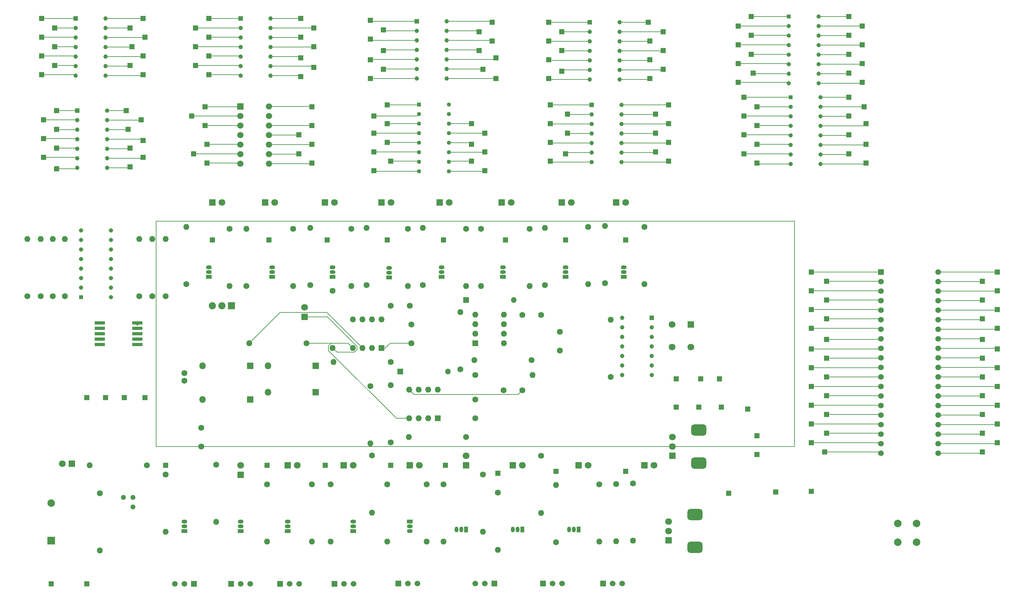
<source format=gtl>
%TF.GenerationSoftware,KiCad,Pcbnew,8.0.4*%
%TF.CreationDate,2024-09-18T10:13:05+03:00*%
%TF.ProjectId,Digital Electronic Trainer main pcb,44696769-7461-46c2-9045-6c656374726f,rev?*%
%TF.SameCoordinates,Original*%
%TF.FileFunction,Copper,L1,Top*%
%TF.FilePolarity,Positive*%
%FSLAX46Y46*%
G04 Gerber Fmt 4.6, Leading zero omitted, Abs format (unit mm)*
G04 Created by KiCad (PCBNEW 8.0.4) date 2024-09-18 10:13:05*
%MOMM*%
%LPD*%
G01*
G04 APERTURE LIST*
G04 Aperture macros list*
%AMRoundRect*
0 Rectangle with rounded corners*
0 $1 Rounding radius*
0 $2 $3 $4 $5 $6 $7 $8 $9 X,Y pos of 4 corners*
0 Add a 4 corners polygon primitive as box body*
4,1,4,$2,$3,$4,$5,$6,$7,$8,$9,$2,$3,0*
0 Add four circle primitives for the rounded corners*
1,1,$1+$1,$2,$3*
1,1,$1+$1,$4,$5*
1,1,$1+$1,$6,$7*
1,1,$1+$1,$8,$9*
0 Add four rect primitives between the rounded corners*
20,1,$1+$1,$2,$3,$4,$5,0*
20,1,$1+$1,$4,$5,$6,$7,0*
20,1,$1+$1,$6,$7,$8,$9,0*
20,1,$1+$1,$8,$9,$2,$3,0*%
G04 Aperture macros list end*
%TA.AperFunction,NonConductor*%
%ADD10C,0.200000*%
%TD*%
%TA.AperFunction,ComponentPad*%
%ADD11R,1.350000X1.350000*%
%TD*%
%TA.AperFunction,ComponentPad*%
%ADD12R,1.508000X1.508000*%
%TD*%
%TA.AperFunction,ComponentPad*%
%ADD13C,1.508000*%
%TD*%
%TA.AperFunction,ComponentPad*%
%ADD14R,1.800000X1.800000*%
%TD*%
%TA.AperFunction,ComponentPad*%
%ADD15C,1.800000*%
%TD*%
%TA.AperFunction,ComponentPad*%
%ADD16R,1.170000X1.170000*%
%TD*%
%TA.AperFunction,ComponentPad*%
%ADD17C,1.170000*%
%TD*%
%TA.AperFunction,SMDPad,CuDef*%
%ADD18R,2.800000X0.900000*%
%TD*%
%TA.AperFunction,ComponentPad*%
%ADD19C,2.000000*%
%TD*%
%TA.AperFunction,ComponentPad*%
%ADD20R,1.676400X1.676400*%
%TD*%
%TA.AperFunction,ComponentPad*%
%ADD21C,1.676400*%
%TD*%
%TA.AperFunction,ComponentPad*%
%ADD22R,1.140000X1.140000*%
%TD*%
%TA.AperFunction,ComponentPad*%
%ADD23C,1.140000*%
%TD*%
%TA.AperFunction,ComponentPad*%
%ADD24R,1.130000X1.130000*%
%TD*%
%TA.AperFunction,ComponentPad*%
%ADD25C,1.130000*%
%TD*%
%TA.AperFunction,ComponentPad*%
%ADD26C,1.600000*%
%TD*%
%TA.AperFunction,ComponentPad*%
%ADD27O,1.600000X1.600000*%
%TD*%
%TA.AperFunction,ComponentPad*%
%ADD28R,1.500000X1.050000*%
%TD*%
%TA.AperFunction,ComponentPad*%
%ADD29O,1.500000X1.050000*%
%TD*%
%TA.AperFunction,ComponentPad*%
%ADD30RoundRect,0.750000X-1.250000X-0.750000X1.250000X-0.750000X1.250000X0.750000X-1.250000X0.750000X0*%
%TD*%
%TA.AperFunction,ComponentPad*%
%ADD31O,1.800000X1.800000*%
%TD*%
%TA.AperFunction,ComponentPad*%
%ADD32C,1.320800*%
%TD*%
%TA.AperFunction,ComponentPad*%
%ADD33R,1.600000X1.600000*%
%TD*%
%TA.AperFunction,ComponentPad*%
%ADD34R,2.000000X2.000000*%
%TD*%
%TA.AperFunction,ComponentPad*%
%ADD35R,1.500000X1.500000*%
%TD*%
%TA.AperFunction,ComponentPad*%
%ADD36O,1.500000X1.500000*%
%TD*%
%TA.AperFunction,ComponentPad*%
%ADD37R,1.910000X1.910000*%
%TD*%
%TA.AperFunction,ComponentPad*%
%ADD38C,1.910000*%
%TD*%
%TA.AperFunction,ComponentPad*%
%ADD39R,1.050000X1.500000*%
%TD*%
%TA.AperFunction,ComponentPad*%
%ADD40O,1.050000X1.500000*%
%TD*%
%TA.AperFunction,ViaPad*%
%ADD41C,0.600000*%
%TD*%
%TA.AperFunction,Conductor*%
%ADD42C,0.000000*%
%TD*%
%TA.AperFunction,Conductor*%
%ADD43C,0.200000*%
%TD*%
G04 APERTURE END LIST*
D10*
X50000000Y-72500000D02*
X220000000Y-72500000D01*
X220000000Y-132500000D01*
X50000000Y-132500000D01*
X50000000Y-72500000D01*
D11*
%TO.P,J215,1,Pin_1*%
%TO.N,Net-(J215-Pin_1)*%
X36500000Y-119500000D03*
%TD*%
%TO.P,J118,1,Pin_1*%
%TO.N,/2A*%
X23000000Y-26000000D03*
%TD*%
D12*
%TO.P,SW4,1,C*%
%TO.N,Net-(BZ1--)*%
X97500000Y-169100000D03*
D13*
%TO.P,SW4,2,B*%
%TO.N,Net-(J207-Pin_1)*%
X100040000Y-169100000D03*
%TO.P,SW4,3,A*%
%TO.N,Net-(D35-A)*%
X102580000Y-169100000D03*
%TD*%
D11*
%TO.P,J166,1,Pin_1*%
%TO.N,Net-(J166-Pin_1)*%
X270000000Y-93500000D03*
%TD*%
%TO.P,J183,1,Pin_1*%
%TO.N,Net-(J183-Pin_1)*%
X188500000Y-114500000D03*
%TD*%
%TO.P,J128,1,Pin_1*%
%TO.N,GND*%
X19500000Y-33500000D03*
%TD*%
D14*
%TO.P,D17,1,K*%
%TO.N,Net-(D17-K)*%
X172500000Y-67500000D03*
D15*
%TO.P,D17,2,A*%
%TO.N,Net-(BZ1--)*%
X175040000Y-67500000D03*
%TD*%
D11*
%TO.P,J165,1,Pin_1*%
%TO.N,Net-(J165-Pin_1)*%
X274000000Y-91000000D03*
%TD*%
%TO.P,J150,1,Pin_1*%
%TO.N,Net-(J150-Pin_1)*%
X228500000Y-104000000D03*
%TD*%
D14*
%TO.P,D6,1,K*%
%TO.N,Net-(D6-K)*%
X132500000Y-137540000D03*
D15*
%TO.P,D6,2,A*%
%TO.N,Net-(BZ1--)*%
X132500000Y-135000000D03*
%TD*%
D11*
%TO.P,J203,1,Pin_1*%
%TO.N,Net-(J203-Pin_1)*%
X175000000Y-139100000D03*
%TD*%
%TO.P,J74,1,Pin_1*%
%TO.N,/Cp2.Lshift*%
X108000000Y-59000000D03*
%TD*%
D14*
%TO.P,D15,1,K*%
%TO.N,Net-(D15-K)*%
X142000000Y-67500000D03*
D15*
%TO.P,D15,2,A*%
%TO.N,Net-(BZ1--)*%
X144540000Y-67500000D03*
%TD*%
D11*
%TO.P,J76,1,Pin_1*%
%TO.N,VCC*%
X139500000Y-19500000D03*
%TD*%
%TO.P,J86,1,Pin_1*%
%TO.N,/3B*%
X140500000Y-29000000D03*
%TD*%
%TO.P,J151,1,Pin_1*%
%TO.N,Net-(J151-Pin_1)*%
X224500000Y-106500000D03*
%TD*%
%TO.P,J106,1,Pin_1*%
%TO.N,/Q2*%
X91500000Y-57000000D03*
%TD*%
%TO.P,J137,1,Pin_1*%
%TO.N,/2Y*%
X20000000Y-50500000D03*
%TD*%
%TO.P,J188,1,Pin_1*%
%TO.N,Net-(J188-Pin_1)*%
X202500000Y-145000000D03*
%TD*%
%TO.P,J139,1,Pin_1*%
%TO.N,/4Y*%
X43000000Y-58000000D03*
%TD*%
%TO.P,J104,1,Pin_1*%
%TO.N,/Q0*%
X91500000Y-47000000D03*
%TD*%
%TO.P,J194,1,Pin_1*%
%TO.N,Net-(J194-Pin_1)*%
X210000000Y-129600000D03*
%TD*%
D12*
%TO.P,SW7,1,C*%
%TO.N,Net-(BZ1--)*%
X153000000Y-169000000D03*
D13*
%TO.P,SW7,2,B*%
%TO.N,Net-(J204-Pin_1)*%
X155540000Y-169000000D03*
%TO.P,SW7,3,A*%
%TO.N,Net-(D35-A)*%
X158080000Y-169000000D03*
%TD*%
D11*
%TO.P,J157,1,Pin_1*%
%TO.N,Net-(J157-Pin_1)*%
X224500000Y-121500000D03*
%TD*%
%TO.P,J68,1,Pin_1*%
%TO.N,/P0*%
X108000000Y-44500000D03*
%TD*%
%TO.P,J120,1,Pin_1*%
%TO.N,/3A*%
X43000000Y-31000000D03*
%TD*%
%TO.P,J41,1,Pin_1*%
%TO.N,/1B*%
X158000000Y-22000000D03*
%TD*%
%TO.P,J117,1,Pin_1*%
%TO.N,/1B*%
X23000000Y-21000000D03*
%TD*%
%TO.P,J178,1,Pin_1*%
%TO.N,Net-(J178-Pin_1)*%
X270000000Y-124000000D03*
%TD*%
%TO.P,J52,1,Pin_1*%
%TO.N,/4Y*%
X183000000Y-49000000D03*
%TD*%
%TO.P,J58,1,Pin_1*%
%TO.N,/3B*%
X186500000Y-51500000D03*
%TD*%
D16*
%TO.P,IC3-7408,1,1A*%
%TO.N,/1A*%
X119390000Y-19265000D03*
D17*
%TO.P,IC3-7408,2,1B*%
%TO.N,/1B*%
X119390000Y-21805000D03*
%TO.P,IC3-7408,3,1Y*%
%TO.N,/1Y*%
X119390000Y-24345000D03*
%TO.P,IC3-7408,4,2A*%
%TO.N,/2A*%
X119390000Y-26885000D03*
%TO.P,IC3-7408,5,2B*%
%TO.N,/2B*%
X119390000Y-29425000D03*
%TO.P,IC3-7408,6,2Y*%
%TO.N,/2Y*%
X119390000Y-31965000D03*
%TO.P,IC3-7408,7,GND*%
%TO.N,GND*%
X119390000Y-34505000D03*
%TO.P,IC3-7408,8,3Y*%
%TO.N,/3Y*%
X127330000Y-34505000D03*
%TO.P,IC3-7408,9,3A*%
%TO.N,/3A*%
X127330000Y-31965000D03*
%TO.P,IC3-7408,10,3B*%
%TO.N,/3B*%
X127330000Y-29425000D03*
%TO.P,IC3-7408,11,4Y*%
%TO.N,/4Y*%
X127330000Y-26885000D03*
%TO.P,IC3-7408,12,4A*%
%TO.N,/4A*%
X127330000Y-24345000D03*
%TO.P,IC3-7408,13,4B*%
%TO.N,/4B*%
X127330000Y-21805000D03*
%TO.P,IC3-7408,14,VCC*%
%TO.N,VCC*%
X127330000Y-19265000D03*
%TD*%
D11*
%TO.P,J177,1,Pin_1*%
%TO.N,Net-(J177-Pin_1)*%
X274000000Y-121500000D03*
%TD*%
%TO.P,J211,1,Pin_1*%
%TO.N,Net-(BZ1--)*%
X22000000Y-169100000D03*
%TD*%
%TO.P,J24,1,Pin_1*%
%TO.N,/Q'2*%
X234500000Y-54500000D03*
%TD*%
%TO.P,J16,1,Pin_1*%
%TO.N,/CLK2*%
X205000000Y-30500000D03*
%TD*%
%TO.P,J17,1,Pin_1*%
%TO.N,/PR2*%
X209000000Y-33000000D03*
%TD*%
%TO.P,J197,1,Pin_1*%
%TO.N,Net-(J197-Pin_1)*%
X95500000Y-77500000D03*
%TD*%
%TO.P,J204,1,Pin_1*%
%TO.N,Net-(J204-Pin_1)*%
X156500000Y-139100000D03*
%TD*%
%TO.P,J134,1,Pin_1*%
%TO.N,/6A*%
X46000000Y-45500000D03*
%TD*%
%TO.P,J143,1,Pin_1*%
%TO.N,Net-(J143-Pin_1)*%
X224500000Y-86000000D03*
%TD*%
%TO.P,J217,1,Pin_1*%
%TO.N,GND*%
X155000000Y-56500000D03*
%TD*%
D12*
%TO.P,SW1,1,C*%
%TO.N,Net-(BZ1--)*%
X60040000Y-169100000D03*
D13*
%TO.P,SW1,2,B*%
%TO.N,Net-(J210-Pin_1)*%
X57500000Y-169100000D03*
%TO.P,SW1,3,A*%
%TO.N,Net-(D35-A)*%
X54960000Y-169100000D03*
%TD*%
D11*
%TO.P,J34,1,Pin_1*%
%TO.N,VCC*%
X181000000Y-19500000D03*
%TD*%
%TO.P,J56,1,Pin_1*%
%TO.N,/2B*%
X155000000Y-51500000D03*
%TD*%
%TO.P,J29,1,Pin_1*%
%TO.N,/PR1*%
X210000000Y-42000000D03*
%TD*%
%TO.P,J23,1,Pin_1*%
%TO.N,/Q2*%
X239000000Y-52000000D03*
%TD*%
D12*
%TO.P,SW8,1,C*%
%TO.N,Net-(BZ1--)*%
X169000000Y-169000000D03*
D13*
%TO.P,SW8,2,B*%
%TO.N,Net-(J203-Pin_1)*%
X171540000Y-169000000D03*
%TO.P,SW8,3,A*%
%TO.N,Net-(D35-A)*%
X174080000Y-169000000D03*
%TD*%
D11*
%TO.P,J132,1,Pin_1*%
%TO.N,/4A*%
X46500000Y-55500000D03*
%TD*%
%TO.P,J172,1,Pin_1*%
%TO.N,Net-(J172-Pin_1)*%
X270000000Y-109000000D03*
%TD*%
%TO.P,J107,1,Pin_1*%
%TO.N,/Q3*%
X88000000Y-49500000D03*
%TD*%
D14*
%TO.P,D10,1,K*%
%TO.N,Net-(D10-K)*%
X64960000Y-67500000D03*
D15*
%TO.P,D10,2,A*%
%TO.N,Net-(BZ1--)*%
X67500000Y-67500000D03*
%TD*%
D11*
%TO.P,J96,1,Pin_1*%
%TO.N,/4B*%
X92000000Y-21000000D03*
%TD*%
D18*
%TO.P,U17,1,E*%
%TO.N,unconnected-(U17-E-Pad1)*%
X45000000Y-105380000D03*
%TO.P,U17,2,D*%
%TO.N,L3*%
X45000000Y-103940000D03*
%TO.P,U17,3,CA*%
%TO.N,Net-(BZ1--)*%
X45000000Y-102500000D03*
%TO.P,U17,4,C*%
%TO.N,L2*%
X45000000Y-101060000D03*
%TO.P,U17,5,DP*%
%TO.N,L1*%
X45000000Y-99620000D03*
%TO.P,U17,6,B*%
%TO.N,L5*%
X35000000Y-99620000D03*
%TO.P,U17,7,A*%
%TO.N,L4*%
X35000000Y-101060000D03*
%TO.P,U17,8,CA*%
%TO.N,unconnected-(U17-CA-Pad8)*%
X35000000Y-102500000D03*
%TO.P,U17,9,F*%
%TO.N,L6*%
X35000000Y-103940000D03*
%TO.P,U17,10,G*%
%TO.N,L7*%
X35000000Y-105380000D03*
%TD*%
D11*
%TO.P,J189,1,Pin_1*%
%TO.N,Net-(J189-Pin_1)*%
X224500000Y-144500000D03*
%TD*%
%TO.P,J8,1,Pin_1*%
%TO.N,/Q'2*%
X234500000Y-33000000D03*
%TD*%
%TO.P,J196,1,Pin_1*%
%TO.N,Net-(J196-Pin_1)*%
X80000000Y-77500000D03*
%TD*%
%TO.P,J57,1,Pin_1*%
%TO.N,/3A*%
X183000000Y-54000000D03*
%TD*%
D16*
%TO.P,IC8-7486,1,1A*%
%TO.N,/1A*%
X166000000Y-41500000D03*
D17*
%TO.P,IC8-7486,2,1B*%
%TO.N,/1B*%
X166000000Y-44040000D03*
%TO.P,IC8-7486,3,1Y*%
%TO.N,/1Y*%
X166000000Y-46580000D03*
%TO.P,IC8-7486,4,2A*%
%TO.N,/2A*%
X166000000Y-49120000D03*
%TO.P,IC8-7486,5,2B*%
%TO.N,/2B*%
X166000000Y-51660000D03*
%TO.P,IC8-7486,6,2Y*%
%TO.N,/2Y*%
X166000000Y-54200000D03*
%TO.P,IC8-7486,7,GND*%
%TO.N,GND*%
X166000000Y-56740000D03*
%TO.P,IC8-7486,8,3Y*%
%TO.N,/3Y*%
X173940000Y-56740000D03*
%TO.P,IC8-7486,9,3A*%
%TO.N,/3A*%
X173940000Y-54200000D03*
%TO.P,IC8-7486,10,3B*%
%TO.N,/3B*%
X173940000Y-51660000D03*
%TO.P,IC8-7486,11,4Y*%
%TO.N,/4Y*%
X173940000Y-49120000D03*
%TO.P,IC8-7486,12,4A*%
%TO.N,/4A*%
X173940000Y-46580000D03*
%TO.P,IC8-7486,13,4B*%
%TO.N,/4B*%
X173940000Y-44040000D03*
%TO.P,IC8-7486,14,VCC*%
%TO.N,VCC*%
X173940000Y-41500000D03*
%TD*%
D11*
%TO.P,J40,1,Pin_1*%
%TO.N,/1A*%
X154500000Y-19500000D03*
%TD*%
%TO.P,J36,1,Pin_1*%
%TO.N,/2Y*%
X158000000Y-32500000D03*
%TD*%
%TO.P,J99,1,Pin_1*%
%TO.N,/2Y*%
X60500000Y-31000000D03*
%TD*%
%TO.P,J205,1,Pin_1*%
%TO.N,Net-(J205-Pin_1)*%
X141000000Y-139600000D03*
%TD*%
%TO.P,J59,1,Pin_1*%
%TO.N,/4A*%
X186500000Y-46500000D03*
%TD*%
%TO.P,J3,1,Pin_1*%
%TO.N,Net-(J3-Pin_1)*%
X238000000Y-20500000D03*
%TD*%
%TO.P,J101,1,Pin_1*%
%TO.N,/4Y*%
X92000000Y-26000000D03*
%TD*%
%TO.P,J142,1,Pin_1*%
%TO.N,Net-(J142-Pin_1)*%
X42500000Y-48000000D03*
%TD*%
%TO.P,J193,1,Pin_1*%
%TO.N,Net-(J193-Pin_1)*%
X210000000Y-134600000D03*
%TD*%
D12*
%TO.P,SW2,1,C*%
%TO.N,Net-(BZ1--)*%
X69960000Y-169100000D03*
D13*
%TO.P,SW2,2,B*%
%TO.N,Net-(J209-Pin_1)*%
X72500000Y-169100000D03*
%TO.P,SW2,3,A*%
%TO.N,Net-(D35-A)*%
X75040000Y-169100000D03*
%TD*%
D11*
%TO.P,J67,1,Pin_1*%
%TO.N,/Ds*%
X111500000Y-41500000D03*
%TD*%
%TO.P,J131,1,Pin_1*%
%TO.N,/3A*%
X23500000Y-53000000D03*
%TD*%
%TO.P,J18,1,Pin_1*%
%TO.N,/K1*%
X234500000Y-39500000D03*
%TD*%
%TO.P,J123,1,Pin_1*%
%TO.N,/4B*%
X43000000Y-21000000D03*
%TD*%
%TO.P,J7,1,Pin_1*%
%TO.N,/Q2*%
X238000000Y-30500000D03*
%TD*%
%TO.P,J167,1,Pin_1*%
%TO.N,Net-(J167-Pin_1)*%
X274000000Y-96000000D03*
%TD*%
%TO.P,J64,1,Pin_1*%
%TO.N,/Q3*%
X134000000Y-56500000D03*
%TD*%
%TO.P,J9,1,Pin_1*%
%TO.N,/J2*%
X238000000Y-35500000D03*
%TD*%
%TO.P,J116,1,Pin_1*%
%TO.N,VCC*%
X46500000Y-18500000D03*
%TD*%
D19*
%TO.P,SW16,1,1*%
%TO.N,Net-(SW16-Pad1)*%
X252500000Y-158000000D03*
%TO.P,SW16,2,2*%
%TO.N,Net-(SW16-Pad2)*%
X247500000Y-158000000D03*
%TO.P,SW16,3,3*%
%TO.N,GND*%
X252500000Y-153000000D03*
%TO.P,SW16,4,4*%
%TO.N,VCC*%
X247500000Y-153000000D03*
%TD*%
D11*
%TO.P,J108,1,Pin_1*%
%TO.N,Net-(J108-Pin_1)*%
X91500000Y-52000000D03*
%TD*%
%TO.P,J61,1,Pin_1*%
%TO.N,/Q0*%
X137500000Y-49000000D03*
%TD*%
%TO.P,J213,1,Pin_1*%
%TO.N,Net-(J213-Pin_1)*%
X47000000Y-119500000D03*
%TD*%
%TO.P,J39,1,Pin_1*%
%TO.N,GND*%
X154500000Y-34500000D03*
%TD*%
%TO.P,J154,1,Pin_1*%
%TO.N,Net-(J154-Pin_1)*%
X228500000Y-114000000D03*
%TD*%
%TO.P,J115,1,Pin_1*%
%TO.N,/1A*%
X19500000Y-18500000D03*
%TD*%
%TO.P,J77,1,Pin_1*%
%TO.N,/1Y*%
X107000000Y-24000000D03*
%TD*%
%TO.P,J124,1,Pin_1*%
%TO.N,/1Y*%
X19500000Y-23500000D03*
%TD*%
%TO.P,J174,1,Pin_1*%
%TO.N,Net-(J174-Pin_1)*%
X270000000Y-114000000D03*
%TD*%
%TO.P,J91,1,Pin_1*%
%TO.N,/2A*%
X60500000Y-26000000D03*
%TD*%
D20*
%TO.P,IC6-7490,1,CP1..3*%
%TO.N,/CP1..3*%
X72380000Y-41960000D03*
D21*
%TO.P,IC6-7490,2,R0(1)*%
%TO.N,/R0(1)*%
X72380000Y-44500000D03*
%TO.P,IC6-7490,3,R0(2)*%
%TO.N,/R0(2)*%
X72380000Y-47040000D03*
%TO.P,IC6-7490,4*%
%TO.N,N/C*%
X72380000Y-49580000D03*
%TO.P,IC6-7490,5,VCC*%
%TO.N,VCC*%
X72380000Y-52120000D03*
%TO.P,IC6-7490,6,R9(1)*%
%TO.N,/R9(1)*%
X72380000Y-54660000D03*
%TO.P,IC6-7490,7,R9(2)*%
%TO.N,/R9(2)*%
X72380000Y-57200000D03*
%TO.P,IC6-7490,8,Q2*%
%TO.N,/Q2*%
X80000000Y-57200000D03*
%TO.P,IC6-7490,9,Q1*%
%TO.N,/Q1*%
X80000000Y-54660000D03*
%TO.P,IC6-7490,10,GND*%
%TO.N,Net-(J108-Pin_1)*%
X80000000Y-52120000D03*
%TO.P,IC6-7490,11,Q3*%
%TO.N,/Q3*%
X80000000Y-49580000D03*
%TO.P,IC6-7490,12,Q0*%
%TO.N,/Q0*%
X80000000Y-47040000D03*
%TO.P,IC6-7490,13*%
%TO.N,N/C*%
X80000000Y-44500000D03*
%TO.P,IC6-7490,14,CP0*%
%TO.N,/CP0*%
X80000000Y-41960000D03*
%TD*%
D11*
%TO.P,J158,1,Pin_1*%
%TO.N,Net-(J158-Pin_1)*%
X228500000Y-124000000D03*
%TD*%
%TO.P,J54,1,Pin_1*%
%TO.N,/1B*%
X159500000Y-44000000D03*
%TD*%
%TO.P,J27,1,Pin_1*%
%TO.N,/PR2*%
X206500000Y-54500000D03*
%TD*%
%TO.P,J22,1,Pin_1*%
%TO.N,/K2*%
X234500000Y-49500000D03*
%TD*%
%TO.P,J2,1,Pin_1*%
%TO.N,/K1*%
X234500000Y-18000000D03*
%TD*%
%TO.P,J21,1,Pin_1*%
%TO.N,GND*%
X239000000Y-46500000D03*
%TD*%
%TO.P,J62,1,Pin_1*%
%TO.N,/Q1*%
X134000000Y-52000000D03*
%TD*%
%TO.P,J92,1,Pin_1*%
%TO.N,/2B*%
X64000000Y-28500000D03*
%TD*%
%TO.P,J186,1,Pin_1*%
%TO.N,Net-(J185-Pin_1)*%
X195000000Y-114500000D03*
%TD*%
%TO.P,J19,1,Pin_1*%
%TO.N,/Q1*%
X238500000Y-42000000D03*
%TD*%
%TO.P,J168,1,Pin_1*%
%TO.N,Net-(J168-Pin_1)*%
X270000000Y-98500000D03*
%TD*%
%TO.P,J156,1,Pin_1*%
%TO.N,Net-(J156-Pin_1)*%
X228500000Y-119000000D03*
%TD*%
%TO.P,J28,1,Pin_1*%
%TO.N,/CLK1*%
X206500000Y-39500000D03*
%TD*%
%TO.P,J133,1,Pin_1*%
%TO.N,/5A*%
X46500000Y-51000000D03*
%TD*%
%TO.P,J160,1,Pin_1*%
%TO.N,Net-(J160-Pin_1)*%
X228500000Y-129000000D03*
%TD*%
D22*
%TO.P,J-K_F.F,1,CLK1*%
%TO.N,/CLK1*%
X219000000Y-39460000D03*
D23*
%TO.P,J-K_F.F,2,PR1*%
%TO.N,/PR1*%
X219000000Y-42000000D03*
%TO.P,J-K_F.F,3,CLR1*%
%TO.N,/CLR1*%
X219000000Y-44540000D03*
%TO.P,J-K_F.F,4,J1*%
%TO.N,/J1*%
X219000000Y-47080000D03*
%TO.P,J-K_F.F,5,+V*%
%TO.N,/+V*%
X219000000Y-49620000D03*
%TO.P,J-K_F.F,6,CLK2*%
%TO.N,/CLK2*%
X219000000Y-52160000D03*
%TO.P,J-K_F.F,7,PR2*%
%TO.N,/PR2*%
X219000000Y-54700000D03*
%TO.P,J-K_F.F,8,CLR2*%
%TO.N,/CLR2*%
X219000000Y-57240000D03*
%TO.P,J-K_F.F,9,J2*%
%TO.N,/J2*%
X226940000Y-57240000D03*
%TO.P,J-K_F.F,10,Q'2*%
%TO.N,/Q'2*%
X226940000Y-54700000D03*
%TO.P,J-K_F.F,11,Q2*%
%TO.N,/Q2*%
X226940000Y-52160000D03*
%TO.P,J-K_F.F,12,K2*%
%TO.N,/K2*%
X226940000Y-49620000D03*
%TO.P,J-K_F.F,13,GND*%
%TO.N,GND*%
X226940000Y-47080000D03*
%TO.P,J-K_F.F,14,Q'1*%
%TO.N,/Q'1*%
X226940000Y-44540000D03*
%TO.P,J-K_F.F,15,Q1*%
%TO.N,/Q1*%
X226940000Y-42000000D03*
%TO.P,J-K_F.F,16,K1*%
%TO.N,/K1*%
X226940000Y-39460000D03*
%TD*%
D11*
%TO.P,J45,1,Pin_1*%
%TO.N,/3B*%
X181500000Y-29500000D03*
%TD*%
%TO.P,J161,1,Pin_1*%
%TO.N,Net-(J161-Pin_1)*%
X224500000Y-131500000D03*
%TD*%
%TO.P,J114,1,Pin_1*%
%TO.N,/R9(2)*%
X63500000Y-57000000D03*
%TD*%
%TO.P,J11,1,Pin_1*%
%TO.N,/CLK1*%
X208500000Y-18000000D03*
%TD*%
%TO.P,J69,1,Pin_1*%
%TO.N,/P1*%
X111500000Y-46500000D03*
%TD*%
%TO.P,J185,1,Pin_1*%
%TO.N,Net-(J185-Pin_1)*%
X194500000Y-122000000D03*
%TD*%
%TO.P,J50,1,Pin_1*%
%TO.N,/2Y*%
X159000000Y-54500000D03*
%TD*%
%TO.P,J195,1,Pin_1*%
%TO.N,Net-(J195-Pin_1)*%
X65000000Y-77500000D03*
%TD*%
%TO.P,J182,1,Pin_1*%
%TO.N,Net-(J182-Pin_1)*%
X270000000Y-134000000D03*
%TD*%
%TO.P,J112,1,Pin_1*%
%TO.N,/R0(2)*%
X63000000Y-47000000D03*
%TD*%
%TO.P,J25,1,Pin_1*%
%TO.N,/J2*%
X239000000Y-57000000D03*
%TD*%
%TO.P,J119,1,Pin_1*%
%TO.N,/2B*%
X19500000Y-28500000D03*
%TD*%
%TO.P,J60,1,Pin_1*%
%TO.N,/4B*%
X183000000Y-44000000D03*
%TD*%
%TO.P,J75,1,Pin_1*%
%TO.N,GND*%
X107000000Y-34500000D03*
%TD*%
%TO.P,J109,1,Pin_1*%
%TO.N,/CP0*%
X91500000Y-42000000D03*
%TD*%
%TO.P,J149,1,Pin_1*%
%TO.N,Net-(J149-Pin_1)*%
X224500000Y-101000000D03*
%TD*%
D14*
%TO.P,D12,1,K*%
%TO.N,Net-(D12-K)*%
X94960000Y-67500000D03*
D15*
%TO.P,D12,2,A*%
%TO.N,Net-(BZ1--)*%
X97500000Y-67500000D03*
%TD*%
D11*
%TO.P,J83,1,Pin_1*%
%TO.N,/2A*%
X110500000Y-27000000D03*
%TD*%
%TO.P,J181,1,Pin_1*%
%TO.N,Net-(J181-Pin_1)*%
X274000000Y-131500000D03*
%TD*%
%TO.P,J73,1,Pin_1*%
%TO.N,/Cp1.Rshift*%
X137500000Y-59000000D03*
%TD*%
%TO.P,J163,1,Pin_1*%
%TO.N,Net-(J163-Pin_1)*%
X274000000Y-86000000D03*
%TD*%
D12*
%TO.P,J1,1,1*%
%TO.N,Net-(J143-Pin_1)*%
X243000000Y-86000000D03*
D13*
%TO.P,J1,2,2*%
%TO.N,Net-(J144-Pin_1)*%
X243000000Y-88540000D03*
%TO.P,J1,3,3*%
%TO.N,Net-(J145-Pin_1)*%
X243000000Y-91080000D03*
%TO.P,J1,4,4*%
%TO.N,Net-(J146-Pin_1)*%
X243000000Y-93620000D03*
%TO.P,J1,5,5*%
%TO.N,Net-(J147-Pin_1)*%
X243000000Y-96160000D03*
%TO.P,J1,6,6*%
%TO.N,Net-(J148-Pin_1)*%
X243000000Y-98700000D03*
%TO.P,J1,7,7*%
%TO.N,Net-(J149-Pin_1)*%
X243000000Y-101240000D03*
%TO.P,J1,8,8*%
%TO.N,Net-(J150-Pin_1)*%
X243000000Y-103780000D03*
%TO.P,J1,9,9*%
%TO.N,Net-(J151-Pin_1)*%
X243000000Y-106320000D03*
%TO.P,J1,10,10*%
%TO.N,Net-(J152-Pin_1)*%
X243000000Y-108860000D03*
%TO.P,J1,11,11*%
%TO.N,Net-(J153-Pin_1)*%
X243000000Y-111400000D03*
%TO.P,J1,12,12*%
%TO.N,Net-(J154-Pin_1)*%
X243000000Y-113940000D03*
%TO.P,J1,13,13*%
%TO.N,Net-(J155-Pin_1)*%
X243000000Y-116480000D03*
%TO.P,J1,14,14*%
%TO.N,Net-(J156-Pin_1)*%
X243000000Y-119020000D03*
%TO.P,J1,15,15*%
%TO.N,Net-(J157-Pin_1)*%
X243000000Y-121560000D03*
%TO.P,J1,16,16*%
%TO.N,Net-(J158-Pin_1)*%
X243000000Y-124100000D03*
%TO.P,J1,17,17*%
%TO.N,Net-(J159-Pin_1)*%
X243000000Y-126640000D03*
%TO.P,J1,18,18*%
%TO.N,Net-(J160-Pin_1)*%
X243000000Y-129180000D03*
%TO.P,J1,19,19*%
%TO.N,Net-(J161-Pin_1)*%
X243000000Y-131720000D03*
%TO.P,J1,20,20*%
%TO.N,Net-(J162-Pin_1)*%
X243000000Y-134260000D03*
%TO.P,J1,21,21*%
%TO.N,Net-(J182-Pin_1)*%
X258240000Y-134260000D03*
%TO.P,J1,22,22*%
%TO.N,Net-(J181-Pin_1)*%
X258240000Y-131720000D03*
%TO.P,J1,23,23*%
%TO.N,Net-(J180-Pin_1)*%
X258240000Y-129180000D03*
%TO.P,J1,24,24*%
%TO.N,Net-(J179-Pin_1)*%
X258240000Y-126640000D03*
%TO.P,J1,25,25*%
%TO.N,Net-(J178-Pin_1)*%
X258240000Y-124100000D03*
%TO.P,J1,26,26*%
%TO.N,Net-(J177-Pin_1)*%
X258240000Y-121560000D03*
%TO.P,J1,27,27*%
%TO.N,Net-(J176-Pin_1)*%
X258240000Y-119020000D03*
%TO.P,J1,28,28*%
%TO.N,Net-(J175-Pin_1)*%
X258240000Y-116480000D03*
%TO.P,J1,29,29*%
%TO.N,Net-(J174-Pin_1)*%
X258240000Y-113940000D03*
%TO.P,J1,30,30*%
%TO.N,Net-(J173-Pin_1)*%
X258240000Y-111400000D03*
%TO.P,J1,31,31*%
%TO.N,Net-(J172-Pin_1)*%
X258240000Y-108860000D03*
%TO.P,J1,32,32*%
%TO.N,Net-(J171-Pin_1)*%
X258240000Y-106320000D03*
%TO.P,J1,33,33*%
%TO.N,Net-(J170-Pin_1)*%
X258240000Y-103780000D03*
%TO.P,J1,34,34*%
%TO.N,Net-(J169-Pin_1)*%
X258240000Y-101240000D03*
%TO.P,J1,35,35*%
%TO.N,Net-(J168-Pin_1)*%
X258240000Y-98700000D03*
%TO.P,J1,36,36*%
%TO.N,Net-(J167-Pin_1)*%
X258240000Y-96160000D03*
%TO.P,J1,37,37*%
%TO.N,Net-(J166-Pin_1)*%
X258240000Y-93620000D03*
%TO.P,J1,38,38*%
%TO.N,Net-(J165-Pin_1)*%
X258240000Y-91080000D03*
%TO.P,J1,39,39*%
%TO.N,Net-(J164-Pin_1)*%
X258240000Y-88540000D03*
%TO.P,J1,40,40*%
%TO.N,Net-(J163-Pin_1)*%
X258240000Y-86000000D03*
%TD*%
D11*
%TO.P,J93,1,Pin_1*%
%TO.N,/3A*%
X92000000Y-31500000D03*
%TD*%
%TO.P,J184,1,Pin_1*%
%TO.N,Net-(BZ1--)*%
X188500000Y-122000000D03*
%TD*%
%TO.P,J48,1,Pin_1*%
%TO.N,VCC*%
X186500000Y-41500000D03*
%TD*%
D14*
%TO.P,D13,1,K*%
%TO.N,Net-(D13-K)*%
X110000000Y-67500000D03*
D15*
%TO.P,D13,2,A*%
%TO.N,Net-(BZ1--)*%
X112540000Y-67500000D03*
%TD*%
D11*
%TO.P,J111,1,Pin_1*%
%TO.N,/R0(1)*%
X59500000Y-44500000D03*
%TD*%
%TO.P,J136,1,Pin_1*%
%TO.N,/1Y*%
X20000000Y-45500000D03*
%TD*%
%TO.P,J88,1,Pin_1*%
%TO.N,/4B*%
X136000000Y-22000000D03*
%TD*%
%TO.P,J147,1,Pin_1*%
%TO.N,Net-(J147-Pin_1)*%
X224500000Y-96000000D03*
%TD*%
D14*
%TO.P,D4,1,K*%
%TO.N,Net-(D4-K)*%
X99960000Y-137500000D03*
D15*
%TO.P,D4,2,A*%
%TO.N,Net-(BZ1--)*%
X102500000Y-137500000D03*
%TD*%
D11*
%TO.P,J46,1,Pin_1*%
%TO.N,/4A*%
X181500000Y-24500000D03*
%TD*%
D16*
%TO.P,IC2-7402,1,1A*%
%TO.N,/1A*%
X72500000Y-18500000D03*
D17*
%TO.P,IC2-7402,2,1B*%
%TO.N,/1B*%
X72500000Y-21040000D03*
%TO.P,IC2-7402,3,1Y*%
%TO.N,/1Y*%
X72500000Y-23580000D03*
%TO.P,IC2-7402,4,2A*%
%TO.N,/2A*%
X72500000Y-26120000D03*
%TO.P,IC2-7402,5,2B*%
%TO.N,/2B*%
X72500000Y-28660000D03*
%TO.P,IC2-7402,6,2Y*%
%TO.N,/2Y*%
X72500000Y-31200000D03*
%TO.P,IC2-7402,7,GND*%
%TO.N,GND*%
X72500000Y-33740000D03*
%TO.P,IC2-7402,8,3Y*%
%TO.N,/3Y*%
X80440000Y-33740000D03*
%TO.P,IC2-7402,9,3A*%
%TO.N,/3A*%
X80440000Y-31200000D03*
%TO.P,IC2-7402,10,3B*%
%TO.N,/3B*%
X80440000Y-28660000D03*
%TO.P,IC2-7402,11,4Y*%
%TO.N,/4Y*%
X80440000Y-26120000D03*
%TO.P,IC2-7402,12,4A*%
%TO.N,/4A*%
X80440000Y-23580000D03*
%TO.P,IC2-7402,13,4B*%
%TO.N,/4B*%
X80440000Y-21040000D03*
%TO.P,IC2-7402,14,VCC*%
%TO.N,VCC*%
X80440000Y-18500000D03*
%TD*%
D11*
%TO.P,J199,1,Pin_1*%
%TO.N,Net-(J199-Pin_1)*%
X126500000Y-77500000D03*
%TD*%
D14*
%TO.P,D8,1,K*%
%TO.N,Net-(D8-K)*%
X162460000Y-137500000D03*
D15*
%TO.P,D8,2,A*%
%TO.N,Net-(BZ1--)*%
X165000000Y-137500000D03*
%TD*%
D11*
%TO.P,J145,1,Pin_1*%
%TO.N,Net-(J145-Pin_1)*%
X224500000Y-91000000D03*
%TD*%
%TO.P,J15,1,Pin_1*%
%TO.N,/+V*%
X208500000Y-28000000D03*
%TD*%
%TO.P,J200,1,Pin_1*%
%TO.N,Net-(J200-Pin_1)*%
X143000000Y-77500000D03*
%TD*%
%TO.P,J79,1,Pin_1*%
%TO.N,/3Y*%
X140500000Y-34500000D03*
%TD*%
%TO.P,J210,1,Pin_1*%
%TO.N,Net-(J210-Pin_1)*%
X52500000Y-137500000D03*
%TD*%
%TO.P,J144,1,Pin_1*%
%TO.N,Net-(J144-Pin_1)*%
X228500000Y-88500000D03*
%TD*%
D12*
%TO.P,SW3,1,C*%
%TO.N,Net-(BZ1--)*%
X82960000Y-169100000D03*
D13*
%TO.P,SW3,2,B*%
%TO.N,Net-(J208-Pin_1)*%
X85500000Y-169100000D03*
%TO.P,SW3,3,A*%
%TO.N,Net-(D35-A)*%
X88040000Y-169100000D03*
%TD*%
D11*
%TO.P,J95,1,Pin_1*%
%TO.N,/4A*%
X88500000Y-23500000D03*
%TD*%
%TO.P,J155,1,Pin_1*%
%TO.N,Net-(J155-Pin_1)*%
X224500000Y-116500000D03*
%TD*%
D16*
%TO.P,IC4-7432,1,1A*%
%TO.N,/1A*%
X165500000Y-19460000D03*
D17*
%TO.P,IC4-7432,2,1B*%
%TO.N,/1B*%
X165500000Y-22000000D03*
%TO.P,IC4-7432,3,1Y*%
%TO.N,/1Y*%
X165500000Y-24540000D03*
%TO.P,IC4-7432,4,2A*%
%TO.N,/2A*%
X165500000Y-27080000D03*
%TO.P,IC4-7432,5,2B*%
%TO.N,/2B*%
X165500000Y-29620000D03*
%TO.P,IC4-7432,6,2Y*%
%TO.N,/2Y*%
X165500000Y-32160000D03*
%TO.P,IC4-7432,7,GND*%
%TO.N,GND*%
X165500000Y-34700000D03*
%TO.P,IC4-7432,8,3Y*%
%TO.N,/3Y*%
X173440000Y-34700000D03*
%TO.P,IC4-7432,9,3A*%
%TO.N,/3A*%
X173440000Y-32160000D03*
%TO.P,IC4-7432,10,3B*%
%TO.N,/3B*%
X173440000Y-29620000D03*
%TO.P,IC4-7432,11,4Y*%
%TO.N,/4Y*%
X173440000Y-27080000D03*
%TO.P,IC4-7432,12,4A*%
%TO.N,/4A*%
X173440000Y-24540000D03*
%TO.P,IC4-7432,13,4B*%
%TO.N,/4B*%
X173440000Y-22000000D03*
%TO.P,IC4-7432,14,VCC*%
%TO.N,VCC*%
X173440000Y-19460000D03*
%TD*%
D11*
%TO.P,J47,1,Pin_1*%
%TO.N,/4B*%
X185000000Y-22000000D03*
%TD*%
%TO.P,J176,1,Pin_1*%
%TO.N,Net-(J176-Pin_1)*%
X270000000Y-119000000D03*
%TD*%
%TO.P,J20,1,Pin_1*%
%TO.N,/Q'1*%
X234500000Y-44500000D03*
%TD*%
%TO.P,J125,1,Pin_1*%
%TO.N,/2Y*%
X23000000Y-31000000D03*
%TD*%
%TO.P,J190,1,Pin_1*%
%TO.N,Net-(J190-Pin_1)*%
X200500000Y-122000000D03*
%TD*%
%TO.P,J5,1,Pin_1*%
%TO.N,Net-(J5-Pin_1)*%
X238000000Y-25500000D03*
%TD*%
%TO.P,J141,1,Pin_1*%
%TO.N,GND*%
X23500000Y-58500000D03*
%TD*%
D14*
%TO.P,D11,1,K*%
%TO.N,Net-(D11-K)*%
X79000000Y-67500000D03*
D15*
%TO.P,D11,2,A*%
%TO.N,Net-(BZ1--)*%
X81540000Y-67500000D03*
%TD*%
D11*
%TO.P,J130,1,Pin_1*%
%TO.N,/2A*%
X23500000Y-48000000D03*
%TD*%
%TO.P,J89,1,Pin_1*%
%TO.N,/1A*%
X64000000Y-18500000D03*
%TD*%
%TO.P,J87,1,Pin_1*%
%TO.N,/4A*%
X139500000Y-24500000D03*
%TD*%
%TO.P,J207,1,Pin_1*%
%TO.N,Net-(J207-Pin_1)*%
X112500000Y-137500000D03*
%TD*%
%TO.P,J100,1,Pin_1*%
%TO.N,/3Y*%
X88500000Y-34000000D03*
%TD*%
%TO.P,J121,1,Pin_1*%
%TO.N,/3B*%
X46500000Y-28500000D03*
%TD*%
%TO.P,J201,1,Pin_1*%
%TO.N,Net-(J201-Pin_1)*%
X159000000Y-77500000D03*
%TD*%
%TO.P,J206,1,Pin_1*%
%TO.N,Net-(J206-Pin_1)*%
X127000000Y-137500000D03*
%TD*%
%TO.P,J33,1,Pin_1*%
%TO.N,/CLK2*%
X210000000Y-52000000D03*
%TD*%
%TO.P,J146,1,Pin_1*%
%TO.N,Net-(J146-Pin_1)*%
X228500000Y-93500000D03*
%TD*%
%TO.P,J51,1,Pin_1*%
%TO.N,/3Y*%
X186500000Y-56500000D03*
%TD*%
D16*
%TO.P,IC5-7404,1,1A*%
%TO.N,/1A*%
X29000000Y-43000000D03*
D17*
%TO.P,IC5-7404,2,1Y*%
%TO.N,/1Y*%
X29000000Y-45540000D03*
%TO.P,IC5-7404,3,2A*%
%TO.N,/2A*%
X29000000Y-48080000D03*
%TO.P,IC5-7404,4,2Y*%
%TO.N,/2Y*%
X29000000Y-50620000D03*
%TO.P,IC5-7404,5,3A*%
%TO.N,/3A*%
X29000000Y-53160000D03*
%TO.P,IC5-7404,6,3Y*%
%TO.N,/3Y*%
X29000000Y-55700000D03*
%TO.P,IC5-7404,7,GND*%
%TO.N,GND*%
X29000000Y-58240000D03*
%TO.P,IC5-7404,8,4Y*%
%TO.N,/4Y*%
X36940000Y-58240000D03*
%TO.P,IC5-7404,9,4A*%
%TO.N,/4A*%
X36940000Y-55700000D03*
%TO.P,IC5-7404,10,5Y*%
%TO.N,/5Y*%
X36940000Y-53160000D03*
%TO.P,IC5-7404,11,5A*%
%TO.N,/5A*%
X36940000Y-50620000D03*
%TO.P,IC5-7404,12,6Y*%
%TO.N,Net-(J142-Pin_1)*%
X36940000Y-48080000D03*
%TO.P,IC5-7404,13,6A*%
%TO.N,/6A*%
X36940000Y-45540000D03*
%TO.P,IC5-7404,14,VCC*%
%TO.N,VCC*%
X36940000Y-43000000D03*
%TD*%
D11*
%TO.P,J42,1,Pin_1*%
%TO.N,/2A*%
X158000000Y-27000000D03*
%TD*%
%TO.P,J63,1,Pin_1*%
%TO.N,/Q2*%
X137500000Y-54000000D03*
%TD*%
%TO.P,J98,1,Pin_1*%
%TO.N,/1Y*%
X64000000Y-23500000D03*
%TD*%
%TO.P,J105,1,Pin_1*%
%TO.N,/Q1*%
X88000000Y-54500000D03*
%TD*%
%TO.P,J13,1,Pin_1*%
%TO.N,/CLR1*%
X208500000Y-23000000D03*
%TD*%
%TO.P,J97,1,Pin_1*%
%TO.N,VCC*%
X88500000Y-18500000D03*
%TD*%
%TO.P,J135,1,Pin_1*%
%TO.N,VCC*%
X42000000Y-43000000D03*
%TD*%
%TO.P,J110,1,Pin_1*%
%TO.N,/CP1..3*%
X63000000Y-42000000D03*
%TD*%
%TO.P,J14,1,Pin_1*%
%TO.N,/J1*%
X205000000Y-25500000D03*
%TD*%
%TO.P,J122,1,Pin_1*%
%TO.N,/4A*%
X47000000Y-23500000D03*
%TD*%
%TO.P,J113,1,Pin_1*%
%TO.N,/R9(1)*%
X60000000Y-54500000D03*
%TD*%
D14*
%TO.P,D5,1,K*%
%TO.N,Net-(D5-K)*%
X117500000Y-137500000D03*
D15*
%TO.P,D5,2,A*%
%TO.N,Net-(BZ1--)*%
X120040000Y-137500000D03*
%TD*%
D11*
%TO.P,J169,1,Pin_1*%
%TO.N,Net-(J169-Pin_1)*%
X274000000Y-101000000D03*
%TD*%
%TO.P,J103,1,Pin_1*%
%TO.N,VCC*%
X63500000Y-52000000D03*
%TD*%
%TO.P,J216,1,Pin_1*%
%TO.N,Net-(J216-Pin_1)*%
X31500000Y-119500000D03*
%TD*%
%TO.P,J32,1,Pin_1*%
%TO.N,/+V*%
X206500000Y-49500000D03*
%TD*%
%TO.P,J159,1,Pin_1*%
%TO.N,Net-(J159-Pin_1)*%
X224500000Y-126500000D03*
%TD*%
%TO.P,J129,1,Pin_1*%
%TO.N,/1A*%
X23500000Y-43000000D03*
%TD*%
D14*
%TO.P,D14,1,K*%
%TO.N,Net-(D14-K)*%
X125500000Y-67500000D03*
D15*
%TO.P,D14,2,A*%
%TO.N,Net-(BZ1--)*%
X128040000Y-67500000D03*
%TD*%
D12*
%TO.P,SW6,1,C*%
%TO.N,Net-(BZ1--)*%
X140080000Y-169000000D03*
D13*
%TO.P,SW6,2,B*%
%TO.N,Net-(J205-Pin_1)*%
X137540000Y-169000000D03*
%TO.P,SW6,3,A*%
%TO.N,Net-(D35-A)*%
X135000000Y-169000000D03*
%TD*%
D11*
%TO.P,J209,1,Pin_1*%
%TO.N,Net-(J209-Pin_1)*%
X79500000Y-137500000D03*
%TD*%
D16*
%TO.P,IC1-7400,1,1A*%
%TO.N,/1A*%
X28560000Y-18500000D03*
D17*
%TO.P,IC1-7400,2,1B*%
%TO.N,/1B*%
X28560000Y-21040000D03*
%TO.P,IC1-7400,3,1Y*%
%TO.N,/1Y*%
X28560000Y-23580000D03*
%TO.P,IC1-7400,4,2A*%
%TO.N,/2A*%
X28560000Y-26120000D03*
%TO.P,IC1-7400,5,2B*%
%TO.N,/2B*%
X28560000Y-28660000D03*
%TO.P,IC1-7400,6,2Y*%
%TO.N,/2Y*%
X28560000Y-31200000D03*
%TO.P,IC1-7400,7,GND*%
%TO.N,GND*%
X28560000Y-33740000D03*
%TO.P,IC1-7400,8,3Y*%
%TO.N,/3Y*%
X36500000Y-33740000D03*
%TO.P,IC1-7400,9,3A*%
%TO.N,/3A*%
X36500000Y-31200000D03*
%TO.P,IC1-7400,10,3B*%
%TO.N,/3B*%
X36500000Y-28660000D03*
%TO.P,IC1-7400,11,4Y*%
%TO.N,/4Y*%
X36500000Y-26120000D03*
%TO.P,IC1-7400,12,4A*%
%TO.N,/4A*%
X36500000Y-23580000D03*
%TO.P,IC1-7400,13,4B*%
%TO.N,/4B*%
X36500000Y-21040000D03*
%TO.P,IC1-7400,14,VCC*%
%TO.N,VCC*%
X36500000Y-18500000D03*
%TD*%
D11*
%TO.P,J208,1,Pin_1*%
%TO.N,Net-(J208-Pin_1)*%
X95000000Y-137500000D03*
%TD*%
%TO.P,J38,1,Pin_1*%
%TO.N,/4Y*%
X185000000Y-27000000D03*
%TD*%
%TO.P,J31,1,Pin_1*%
%TO.N,/J1*%
X210000000Y-47000000D03*
%TD*%
%TO.P,J71,1,Pin_1*%
%TO.N,/P3*%
X111500000Y-51500000D03*
%TD*%
%TO.P,J65,1,Pin_1*%
%TO.N,VCC*%
X134000000Y-46500000D03*
%TD*%
%TO.P,J44,1,Pin_1*%
%TO.N,/3A*%
X185000000Y-32000000D03*
%TD*%
%TO.P,J66,1,Pin_1*%
%TO.N,Net-(J66-Pin_1)*%
X112500000Y-56500000D03*
%TD*%
D14*
%TO.P,D3,1,K*%
%TO.N,Net-(D3-K)*%
X85000000Y-137500000D03*
D15*
%TO.P,D3,2,A*%
%TO.N,Net-(BZ1--)*%
X87540000Y-137500000D03*
%TD*%
D11*
%TO.P,J53,1,Pin_1*%
%TO.N,/1A*%
X155000000Y-41500000D03*
%TD*%
%TO.P,J212,1,Pin_1*%
%TO.N,Net-(J212-Pin_1)*%
X31500000Y-169100000D03*
%TD*%
%TO.P,J10,1,Pin_1*%
%TO.N,/CLR2*%
X205000000Y-35500000D03*
%TD*%
D14*
%TO.P,D16,1,K*%
%TO.N,Net-(D16-K)*%
X158000000Y-67500000D03*
D15*
%TO.P,D16,2,A*%
%TO.N,Net-(BZ1--)*%
X160540000Y-67500000D03*
%TD*%
D11*
%TO.P,J198,1,Pin_1*%
%TO.N,Net-(J198-Pin_1)*%
X111500000Y-77500000D03*
%TD*%
%TO.P,J70,1,Pin_1*%
%TO.N,/P2*%
X108000000Y-49000000D03*
%TD*%
%TO.P,J164,1,Pin_1*%
%TO.N,Net-(J164-Pin_1)*%
X270000000Y-88500000D03*
%TD*%
%TO.P,J12,1,Pin_1*%
%TO.N,/PR1*%
X205000000Y-20500000D03*
%TD*%
%TO.P,J192,1,Pin_1*%
%TO.N,Net-(J192-Pin_1)*%
X215000000Y-144600000D03*
%TD*%
%TO.P,J72,1,Pin_1*%
%TO.N,/Mode*%
X108000000Y-54000000D03*
%TD*%
%TO.P,J78,1,Pin_1*%
%TO.N,/2Y*%
X110500000Y-32000000D03*
%TD*%
%TO.P,J30,1,Pin_1*%
%TO.N,/CLR1*%
X206500000Y-44500000D03*
%TD*%
%TO.P,J82,1,Pin_1*%
%TO.N,/1B*%
X110500000Y-21500000D03*
%TD*%
%TO.P,J127,1,Pin_1*%
%TO.N,/4Y*%
X43500000Y-26000000D03*
%TD*%
%TO.P,J148,1,Pin_1*%
%TO.N,Net-(J148-Pin_1)*%
X228500000Y-98500000D03*
%TD*%
D14*
%TO.P,D2,1,K*%
%TO.N,Net-(D2-K)*%
X72500000Y-140040000D03*
D15*
%TO.P,D2,2,A*%
%TO.N,Net-(BZ1--)*%
X72500000Y-137500000D03*
%TD*%
D11*
%TO.P,J152,1,Pin_1*%
%TO.N,Net-(J152-Pin_1)*%
X228500000Y-109000000D03*
%TD*%
%TO.P,J138,1,Pin_1*%
%TO.N,/3Y*%
X20000000Y-55500000D03*
%TD*%
%TO.P,J214,1,Pin_1*%
%TO.N,Net-(J214-Pin_1)*%
X41500000Y-119500000D03*
%TD*%
%TO.P,J43,1,Pin_1*%
%TO.N,/2B*%
X154500000Y-29500000D03*
%TD*%
%TO.P,J191,1,Pin_1*%
%TO.N,Net-(D35-A)*%
X207500000Y-122500000D03*
%TD*%
%TO.P,J6,1,Pin_1*%
%TO.N,/K2*%
X234500000Y-28000000D03*
%TD*%
%TO.P,J4,1,Pin_1*%
%TO.N,Net-(J4-Pin_1)*%
X234500000Y-23000000D03*
%TD*%
%TO.P,J179,1,Pin_1*%
%TO.N,Net-(J179-Pin_1)*%
X274000000Y-126500000D03*
%TD*%
%TO.P,J55,1,Pin_1*%
%TO.N,/2A*%
X159500000Y-49000000D03*
%TD*%
D22*
%TO.P,J-K_F.F,1,CLK1*%
%TO.N,/CLK1*%
X218500000Y-17960000D03*
D23*
%TO.P,J-K_F.F,2,PR1*%
%TO.N,/PR1*%
X218500000Y-20500000D03*
%TO.P,J-K_F.F,3,CLR1*%
%TO.N,/CLR1*%
X218500000Y-23040000D03*
%TO.P,J-K_F.F,4,J1*%
%TO.N,/J1*%
X218500000Y-25580000D03*
%TO.P,J-K_F.F,5,+V*%
%TO.N,/+V*%
X218500000Y-28120000D03*
%TO.P,J-K_F.F,6,CLK2*%
%TO.N,/CLK2*%
X218500000Y-30660000D03*
%TO.P,J-K_F.F,7,PR2*%
%TO.N,/PR2*%
X218500000Y-33200000D03*
%TO.P,J-K_F.F,8,CLR2*%
%TO.N,/CLR2*%
X218500000Y-35740000D03*
%TO.P,J-K_F.F,9,J2*%
%TO.N,/J2*%
X226440000Y-35740000D03*
%TO.P,J-K_F.F,10,Q'2*%
%TO.N,/Q'2*%
X226440000Y-33200000D03*
%TO.P,J-K_F.F,11,Q2*%
%TO.N,/Q2*%
X226440000Y-30660000D03*
%TO.P,J-K_F.F,12,K2*%
%TO.N,/K2*%
X226440000Y-28120000D03*
%TO.P,J-K_F.F,13,GND*%
%TO.N,Net-(J5-Pin_1)*%
X226440000Y-25580000D03*
%TO.P,J-K_F.F,14,Q'1*%
%TO.N,Net-(J4-Pin_1)*%
X226440000Y-23040000D03*
%TO.P,J-K_F.F,15,Q1*%
%TO.N,Net-(J3-Pin_1)*%
X226440000Y-20500000D03*
%TO.P,J-K_F.F,16,K1*%
%TO.N,/K1*%
X226440000Y-17960000D03*
%TD*%
D11*
%TO.P,J94,1,Pin_1*%
%TO.N,/3B*%
X88500000Y-29000000D03*
%TD*%
D24*
%TO.P,IC7-7495,1,Ds*%
%TO.N,/Ds*%
X120000000Y-41460000D03*
D25*
%TO.P,IC7-7495,2,P0*%
%TO.N,/P0*%
X120000000Y-44000000D03*
%TO.P,IC7-7495,3,P1*%
%TO.N,/P1*%
X120000000Y-46540000D03*
%TO.P,IC7-7495,4,P2*%
%TO.N,/P2*%
X120000000Y-49080000D03*
%TO.P,IC7-7495,5,P3*%
%TO.N,/P3*%
X120000000Y-51620000D03*
%TO.P,IC7-7495,6,Mode*%
%TO.N,/Mode*%
X120000000Y-54160000D03*
%TO.P,IC7-7495,7,GND*%
%TO.N,Net-(J66-Pin_1)*%
X120000000Y-56700000D03*
%TO.P,IC7-7495,8,Cp2.Lshift*%
%TO.N,/Cp2.Lshift*%
X120000000Y-59240000D03*
%TO.P,IC7-7495,9,Cp1.Rshift*%
%TO.N,/Cp1.Rshift*%
X127940000Y-59240000D03*
%TO.P,IC7-7495,10,Q3*%
%TO.N,/Q3*%
X127940000Y-56700000D03*
%TO.P,IC7-7495,11,Q2*%
%TO.N,/Q2*%
X127940000Y-54160000D03*
%TO.P,IC7-7495,12,Q1*%
%TO.N,/Q1*%
X127940000Y-51620000D03*
%TO.P,IC7-7495,13,Q0*%
%TO.N,/Q0*%
X127940000Y-49080000D03*
%TO.P,IC7-7495,14,VCC*%
%TO.N,VCC*%
X127940000Y-46540000D03*
%TO.P,IC7-7495,15*%
%TO.N,N/C*%
X127940000Y-44000000D03*
%TO.P,IC7-7495,16*%
X127940000Y-41460000D03*
%TD*%
D12*
%TO.P,SW5,1,C*%
%TO.N,Net-(BZ1--)*%
X114500000Y-169000000D03*
D13*
%TO.P,SW5,2,B*%
%TO.N,Net-(J206-Pin_1)*%
X117040000Y-169000000D03*
%TO.P,SW5,3,A*%
%TO.N,Net-(D35-A)*%
X119580000Y-169000000D03*
%TD*%
D11*
%TO.P,J35,1,Pin_1*%
%TO.N,/1Y*%
X154500000Y-24500000D03*
%TD*%
%TO.P,J170,1,Pin_1*%
%TO.N,Net-(J170-Pin_1)*%
X270000000Y-104000000D03*
%TD*%
%TO.P,J37,1,Pin_1*%
%TO.N,/3Y*%
X181500000Y-34500000D03*
%TD*%
%TO.P,J84,1,Pin_1*%
%TO.N,/2B*%
X107000000Y-29500000D03*
%TD*%
%TO.P,J171,1,Pin_1*%
%TO.N,Net-(J171-Pin_1)*%
X274000000Y-106500000D03*
%TD*%
%TO.P,J102,1,Pin_1*%
%TO.N,GND*%
X64000000Y-33500000D03*
%TD*%
D14*
%TO.P,D9,1,K*%
%TO.N,Net-(D9-K)*%
X180000000Y-137500000D03*
D15*
%TO.P,D9,2,A*%
%TO.N,Net-(BZ1--)*%
X182540000Y-137500000D03*
%TD*%
D11*
%TO.P,J180,1,Pin_1*%
%TO.N,Net-(J180-Pin_1)*%
X270000000Y-129000000D03*
%TD*%
%TO.P,J85,1,Pin_1*%
%TO.N,/3A*%
X137000000Y-32000000D03*
%TD*%
%TO.P,J80,1,Pin_1*%
%TO.N,/4Y*%
X136000000Y-27000000D03*
%TD*%
%TO.P,J202,1,Pin_1*%
%TO.N,Net-(J202-Pin_1)*%
X175000000Y-77500000D03*
%TD*%
%TO.P,J187,1,Pin_1*%
%TO.N,Net-(D35-A)*%
X200000000Y-114500000D03*
%TD*%
%TO.P,J175,1,Pin_1*%
%TO.N,Net-(J175-Pin_1)*%
X274000000Y-116500000D03*
%TD*%
%TO.P,J153,1,Pin_1*%
%TO.N,Net-(J153-Pin_1)*%
X224500000Y-111500000D03*
%TD*%
%TO.P,J26,1,Pin_1*%
%TO.N,/CLR2*%
X210000000Y-57000000D03*
%TD*%
%TO.P,J140,1,Pin_1*%
%TO.N,/5Y*%
X43000000Y-53000000D03*
%TD*%
%TO.P,J90,1,Pin_1*%
%TO.N,/1B*%
X60500000Y-21000000D03*
%TD*%
D14*
%TO.P,D7,1,K*%
%TO.N,Net-(D7-K)*%
X145000000Y-137500000D03*
D15*
%TO.P,D7,2,A*%
%TO.N,Net-(BZ1--)*%
X147540000Y-137500000D03*
%TD*%
D11*
%TO.P,J126,1,Pin_1*%
%TO.N,/3Y*%
X46500000Y-33500000D03*
%TD*%
%TO.P,J49,1,Pin_1*%
%TO.N,/1Y*%
X155000000Y-46500000D03*
%TD*%
%TO.P,J81,1,Pin_1*%
%TO.N,/1A*%
X107000000Y-19000000D03*
%TD*%
%TO.P,J173,1,Pin_1*%
%TO.N,Net-(J173-Pin_1)*%
X274000000Y-111500000D03*
%TD*%
%TO.P,J162,1,Pin_1*%
%TO.N,Net-(J162-Pin_1)*%
X228000000Y-134000000D03*
%TD*%
D26*
%TO.P,R12,1*%
%TO.N,Net-(D6-K)*%
X137000000Y-140000000D03*
D27*
%TO.P,R12,2*%
%TO.N,Net-(Q5-E)*%
X137000000Y-155240000D03*
%TD*%
D28*
%TO.P,Q12,1,C*%
%TO.N,Net-(Q12-C)*%
X112000000Y-87500000D03*
D29*
%TO.P,Q12,2,B*%
%TO.N,Net-(Q12-B)*%
X112000000Y-86230000D03*
%TO.P,Q12,3,E*%
%TO.N,Net-(D35-A)*%
X112000000Y-84960000D03*
%TD*%
D14*
%TO.P,RV1,1,1*%
%TO.N,Net-(BZ1--)*%
X186450000Y-157500000D03*
D15*
%TO.P,RV1,2,2*%
%TO.N,unconnected-(RV1-Pad2)*%
X186450000Y-155000000D03*
%TO.P,RV1,3,3*%
%TO.N,Net-(D35-A)*%
X186450000Y-152500000D03*
D30*
%TO.P,RV1,MP*%
%TO.N,N/C*%
X193450000Y-150600000D03*
X193450000Y-159400000D03*
%TD*%
D26*
%TO.P,R3,1*%
%TO.N,Net-(Q1-B)*%
X52500000Y-140000000D03*
D27*
%TO.P,R3,2*%
%TO.N,Net-(J210-Pin_1)*%
X52500000Y-155240000D03*
%TD*%
D26*
%TO.P,R22,1*%
%TO.N,Net-(Q10-B)*%
X74000000Y-89740000D03*
D27*
%TO.P,R22,2*%
%TO.N,Net-(J196-Pin_1)*%
X74000000Y-74500000D03*
%TD*%
D14*
%TO.P,D38,1,K*%
%TO.N,Net-(D36-K)*%
X92500000Y-118000000D03*
D31*
%TO.P,D38,2,A*%
%TO.N,GND*%
X79800000Y-118000000D03*
%TD*%
D28*
%TO.P,Q1,1,C*%
%TO.N,Net-(D35-A)*%
X57500000Y-155000000D03*
D29*
%TO.P,Q1,2,B*%
%TO.N,Net-(Q1-B)*%
X57500000Y-153730000D03*
%TO.P,Q1,3,E*%
%TO.N,Net-(Q1-E)*%
X57500000Y-152460000D03*
%TD*%
D32*
%TO.P,Q17,1,C*%
%TO.N,Net-(BZ1-+)*%
X41230000Y-146060000D03*
%TO.P,Q17,2,B*%
%TO.N,Net-(Q17-B)*%
X43770000Y-146060000D03*
%TO.P,Q17,3,E*%
%TO.N,Net-(D35-A)*%
X43770000Y-148600000D03*
%TD*%
D28*
%TO.P,Q2,1,C*%
%TO.N,Net-(D35-A)*%
X72500000Y-155000000D03*
D29*
%TO.P,Q2,2,B*%
%TO.N,Net-(Q2-B)*%
X72500000Y-153730000D03*
%TO.P,Q2,3,E*%
%TO.N,Net-(Q2-E)*%
X72500000Y-152460000D03*
%TD*%
D28*
%TO.P,Q10,1,C*%
%TO.N,Net-(Q10-C)*%
X80860000Y-87270000D03*
D29*
%TO.P,Q10,2,B*%
%TO.N,Net-(Q10-B)*%
X80860000Y-86000000D03*
%TO.P,Q10,3,E*%
%TO.N,Net-(D35-A)*%
X80860000Y-84730000D03*
%TD*%
D26*
%TO.P,R8,1*%
%TO.N,Net-(D4-K)*%
X107500000Y-134880000D03*
D27*
%TO.P,R8,2*%
%TO.N,Net-(Q3-E)*%
X107500000Y-150120000D03*
%TD*%
D26*
%TO.P,R11,1*%
%TO.N,Net-(J206-Pin_1)*%
X126500000Y-142600000D03*
D27*
%TO.P,R11,2*%
%TO.N,Net-(Q5-B)*%
X126500000Y-157840000D03*
%TD*%
D14*
%TO.P,D20,1,K*%
%TO.N,Net-(D20-K)*%
X89500000Y-98000000D03*
D15*
%TO.P,D20,2,A*%
%TO.N,Net-(D20-A)*%
X89500000Y-95460000D03*
%TD*%
D33*
%TO.P,U3,1,GND*%
%TO.N,Net-(D35-A)*%
X125000000Y-125000000D03*
D27*
%TO.P,U3,2,TR*%
X122460000Y-125000000D03*
%TO.P,U3,3,Q*%
%TO.N,Net-(J188-Pin_1)*%
X119920000Y-125000000D03*
%TO.P,U3,4,R*%
%TO.N,Net-(BZ1--)*%
X117380000Y-125000000D03*
%TO.P,U3,5,CV*%
%TO.N,Net-(U3-CV)*%
X117380000Y-117380000D03*
%TO.P,U3,6,THR*%
%TO.N,Net-(D34-K)*%
X119920000Y-117380000D03*
%TO.P,U3,7,DIS*%
%TO.N,Net-(D34-A)*%
X122460000Y-117380000D03*
%TO.P,U3,8,VCC*%
%TO.N,Net-(BZ1--)*%
X125000000Y-117380000D03*
%TD*%
D26*
%TO.P,C2,1*%
%TO.N,Net-(D20-A)*%
X118000000Y-100000000D03*
%TO.P,C2,2*%
%TO.N,Net-(D35-A)*%
X118000000Y-105000000D03*
%TD*%
%TO.P,R40,1*%
%TO.N,Net-(D33-A)*%
X150000000Y-109460000D03*
D27*
%TO.P,R40,2*%
%TO.N,Net-(R40-Pad2)*%
X134760000Y-109460000D03*
%TD*%
D26*
%TO.P,C6,1*%
%TO.N,Net-(D35-A)*%
X135000000Y-125000000D03*
%TO.P,C6,2*%
X135000000Y-120000000D03*
%TD*%
%TO.P,R32,1*%
%TO.N,Net-(Q15-B)*%
X153500000Y-89500000D03*
D27*
%TO.P,R32,2*%
%TO.N,Net-(J201-Pin_1)*%
X153500000Y-74260000D03*
%TD*%
D26*
%TO.P,R42,1*%
%TO.N,Net-(D34-K)*%
X112500000Y-131460000D03*
D27*
%TO.P,R42,2*%
%TO.N,Net-(D34-A)*%
X112500000Y-116220000D03*
%TD*%
D26*
%TO.P,R17,1*%
%TO.N,Net-(J203-Pin_1)*%
X172500000Y-142480000D03*
D27*
%TO.P,R17,2*%
%TO.N,Net-(Q8-B)*%
X172500000Y-157720000D03*
%TD*%
D14*
%TO.P,RV2,1,1*%
%TO.N,Net-(J192-Pin_1)*%
X187500000Y-135000000D03*
D15*
%TO.P,RV2,2,2*%
%TO.N,Net-(J193-Pin_1)*%
X187500000Y-132500000D03*
%TO.P,RV2,3,3*%
%TO.N,Net-(J194-Pin_1)*%
X187500000Y-130000000D03*
D30*
%TO.P,RV2,MP*%
%TO.N,N/C*%
X194500000Y-128100000D03*
X194500000Y-136900000D03*
%TD*%
D14*
%TO.P,D37,1,K*%
%TO.N,GND*%
X92500000Y-111000000D03*
D31*
%TO.P,D37,2,A*%
%TO.N,Net-(D35-A)*%
X79800000Y-111000000D03*
%TD*%
D26*
%TO.P,R35,1*%
%TO.N,Net-(D17-K)*%
X180000000Y-74000000D03*
D27*
%TO.P,R35,2*%
%TO.N,Net-(Q16-C)*%
X180000000Y-89240000D03*
%TD*%
D26*
%TO.P,R14,1*%
%TO.N,Net-(D7-K)*%
X152500000Y-135000000D03*
D27*
%TO.P,R14,2*%
%TO.N,Net-(Q6-E)*%
X152500000Y-150240000D03*
%TD*%
D26*
%TO.P,R47,1*%
%TO.N,L2*%
X49000000Y-92500000D03*
D27*
%TO.P,R47,2*%
%TO.N,/D*%
X49000000Y-77260000D03*
%TD*%
D26*
%TO.P,R52,1*%
%TO.N,L7*%
X15700000Y-92440000D03*
D27*
%TO.P,R52,2*%
%TO.N,/F*%
X15700000Y-77200000D03*
%TD*%
D26*
%TO.P,R7,1*%
%TO.N,Net-(J208-Pin_1)*%
X96500000Y-142600000D03*
D27*
%TO.P,R7,2*%
%TO.N,Net-(Q3-B)*%
X96500000Y-157840000D03*
%TD*%
D26*
%TO.P,R36,1*%
%TO.N,Net-(D20-A)*%
X97000000Y-91000000D03*
D27*
%TO.P,R36,2*%
%TO.N,Net-(D20-K)*%
X97000000Y-106240000D03*
%TD*%
D26*
%TO.P,R21,1*%
%TO.N,Net-(D10-K)*%
X69500000Y-74500000D03*
D27*
%TO.P,R21,2*%
%TO.N,Net-(Q9-C)*%
X69500000Y-89740000D03*
%TD*%
D14*
%TO.P,SW14,1,1*%
%TO.N,Net-(U11-1A)*%
X192422500Y-100000000D03*
D15*
%TO.P,SW14,2,2*%
%TO.N,Net-(U11-2B)*%
X187422500Y-100000000D03*
%TO.P,SW14,3,3*%
%TO.N,Net-(J185-Pin_1)*%
X192422500Y-106000000D03*
%TO.P,SW14,4,4*%
X187422500Y-106000000D03*
%TD*%
D26*
%TO.P,R16,1*%
%TO.N,Net-(D8-K)*%
X168000000Y-142600000D03*
D27*
%TO.P,R16,2*%
%TO.N,Net-(Q7-E)*%
X168000000Y-157840000D03*
%TD*%
D26*
%TO.P,R13,1*%
%TO.N,Net-(J205-Pin_1)*%
X141000000Y-144760000D03*
D27*
%TO.P,R13,2*%
%TO.N,Net-(Q6-B)*%
X141000000Y-160000000D03*
%TD*%
D26*
%TO.P,R44,1*%
%TO.N,Net-(BZ1--)*%
X132500000Y-130000000D03*
D27*
%TO.P,R44,2*%
%TO.N,Net-(J188-Pin_1)*%
X117260000Y-130000000D03*
%TD*%
D28*
%TO.P,Q16,1,C*%
%TO.N,Net-(Q16-C)*%
X174500000Y-87270000D03*
D29*
%TO.P,Q16,2,B*%
%TO.N,Net-(Q16-B)*%
X174500000Y-86000000D03*
%TO.P,Q16,3,E*%
%TO.N,Net-(D35-A)*%
X174500000Y-84730000D03*
%TD*%
D26*
%TO.P,C8,1*%
%TO.N,Net-(BZ1--)*%
X57500000Y-113000000D03*
%TO.P,C8,2*%
%TO.N,Net-(D35-A)*%
X57500000Y-115000000D03*
%TD*%
%TO.P,R29,1*%
%TO.N,Net-(D14-K)*%
X132500000Y-74500000D03*
D27*
%TO.P,R29,2*%
%TO.N,Net-(Q13-C)*%
X132500000Y-89740000D03*
%TD*%
D34*
%TO.P,BZ1,1,+*%
%TO.N,Net-(BZ1-+)*%
X22000000Y-157600000D03*
D19*
%TO.P,BZ1,2,-*%
%TO.N,Net-(BZ1--)*%
X22000000Y-147600000D03*
%TD*%
D26*
%TO.P,R23,1*%
%TO.N,Net-(D11-K)*%
X86500000Y-74500000D03*
D27*
%TO.P,R23,2*%
%TO.N,Net-(Q10-C)*%
X86500000Y-89740000D03*
%TD*%
D26*
%TO.P,R43,1*%
%TO.N,Net-(D34-A)*%
X107000000Y-116460000D03*
D27*
%TO.P,R43,2*%
%TO.N,Net-(BZ1--)*%
X107000000Y-131700000D03*
%TD*%
D26*
%TO.P,R39,1*%
%TO.N,Net-(D33-K)*%
X131000000Y-111960000D03*
D27*
%TO.P,R39,2*%
%TO.N,Net-(D33-A)*%
X131000000Y-96720000D03*
%TD*%
D35*
%TO.P,D34,1,K*%
%TO.N,Net-(D34-K)*%
X115000000Y-112500000D03*
D36*
%TO.P,D34,2,A*%
%TO.N,Net-(D34-A)*%
X127700000Y-112500000D03*
%TD*%
D26*
%TO.P,C5,1*%
%TO.N,Net-(U3-CV)*%
X147500000Y-117500000D03*
%TO.P,C5,2*%
%TO.N,Net-(U2-TR)*%
X142500000Y-117500000D03*
%TD*%
%TO.P,R51,1*%
%TO.N,L6*%
X19200000Y-92440000D03*
D27*
%TO.P,R51,2*%
%TO.N,/G*%
X19200000Y-77200000D03*
%TD*%
D28*
%TO.P,Q14,1,C*%
%TO.N,Net-(Q14-C)*%
X142360000Y-87270000D03*
D29*
%TO.P,Q14,2,B*%
%TO.N,Net-(Q14-B)*%
X142360000Y-86000000D03*
%TO.P,Q14,3,E*%
%TO.N,Net-(D35-A)*%
X142360000Y-84730000D03*
%TD*%
D26*
%TO.P,R26,1*%
%TO.N,Net-(Q12-B)*%
X106000000Y-89500000D03*
D27*
%TO.P,R26,2*%
%TO.N,Net-(J198-Pin_1)*%
X106000000Y-74260000D03*
%TD*%
D26*
%TO.P,R25,1*%
%TO.N,Net-(D12-K)*%
X102000000Y-74500000D03*
D27*
%TO.P,R25,2*%
%TO.N,Net-(Q11-C)*%
X102000000Y-89740000D03*
%TD*%
D22*
%TO.P,U14,1,B_IN*%
%TO.N,Net-(J216-Pin_1)*%
X30000000Y-92700000D03*
D23*
%TO.P,U14,2,C_IN*%
%TO.N,Net-(J215-Pin_1)*%
X30000000Y-90160000D03*
%TO.P,U14,3,~{LT}*%
%TO.N,unconnected-(U14-~{LT}-Pad3)*%
X30000000Y-87620000D03*
%TO.P,U14,4,~{BI}/~{RBO}*%
%TO.N,unconnected-(U14-~{BI}{slash}~{RBO}-Pad4)*%
X30000000Y-85080000D03*
%TO.P,U14,5,~{RBI}*%
%TO.N,unconnected-(U14-~{RBI}-Pad5)*%
X30000000Y-82540000D03*
%TO.P,U14,6,D_IN*%
%TO.N,Net-(J214-Pin_1)*%
X30000000Y-80000000D03*
%TO.P,U14,7,A_IN*%
%TO.N,Net-(J213-Pin_1)*%
X30000000Y-77460000D03*
%TO.P,U14,8,GND*%
%TO.N,Net-(D35-A)*%
X30000000Y-74920000D03*
%TO.P,U14,9,E*%
%TO.N,Net-(U14-E)*%
X37940000Y-74920000D03*
%TO.P,U14,10,D*%
%TO.N,/D*%
X37940000Y-77460000D03*
%TO.P,U14,11,C*%
%TO.N,/C*%
X37940000Y-80000000D03*
%TO.P,U14,12,B*%
%TO.N,/B*%
X37940000Y-82540000D03*
%TO.P,U14,13,A*%
%TO.N,/A*%
X37940000Y-85080000D03*
%TO.P,U14,14,G*%
%TO.N,/G*%
X37940000Y-87620000D03*
%TO.P,U14,15,F*%
%TO.N,/F*%
X37940000Y-90160000D03*
%TO.P,U14,16,VCC*%
%TO.N,Net-(BZ1--)*%
X37940000Y-92700000D03*
%TD*%
D26*
%TO.P,R24,1*%
%TO.N,Net-(Q11-B)*%
X91000000Y-89500000D03*
D27*
%TO.P,R24,2*%
%TO.N,Net-(J197-Pin_1)*%
X91000000Y-74260000D03*
%TD*%
D37*
%TO.P,U4,1,IN*%
%TO.N,Net-(D36-K)*%
X70050000Y-95000000D03*
D38*
%TO.P,U4,2,GND*%
%TO.N,Net-(D35-A)*%
X67500000Y-95000000D03*
%TO.P,U4,3,OUT*%
%TO.N,Net-(BZ1--)*%
X64950000Y-95000000D03*
%TD*%
D26*
%TO.P,R27,1*%
%TO.N,Net-(D13-K)*%
X117000000Y-74500000D03*
D27*
%TO.P,R27,2*%
%TO.N,Net-(Q12-C)*%
X117000000Y-89740000D03*
%TD*%
D26*
%TO.P,R15,1*%
%TO.N,Net-(Q7-B)*%
X156500000Y-158000000D03*
D27*
%TO.P,R15,2*%
%TO.N,Net-(J204-Pin_1)*%
X156500000Y-142760000D03*
%TD*%
D33*
%TO.P,U1,1,GND*%
%TO.N,Net-(D35-A)*%
X110000000Y-106300000D03*
D27*
%TO.P,U1,2,TR*%
%TO.N,Net-(D20-A)*%
X107460000Y-106300000D03*
%TO.P,U1,3,Q*%
%TO.N,Net-(J190-Pin_1)*%
X104920000Y-106300000D03*
%TO.P,U1,4,R*%
%TO.N,Net-(BZ1--)*%
X102380000Y-106300000D03*
%TO.P,U1,5,CV*%
%TO.N,Net-(U1-CV)*%
X102380000Y-98680000D03*
%TO.P,U1,6,THR*%
%TO.N,Net-(D20-A)*%
X104920000Y-98680000D03*
%TO.P,U1,7,DIS*%
%TO.N,Net-(D20-K)*%
X107460000Y-98680000D03*
%TO.P,U1,8,VCC*%
%TO.N,Net-(BZ1--)*%
X110000000Y-98680000D03*
%TD*%
D28*
%TO.P,Q3,1,C*%
%TO.N,Net-(D35-A)*%
X85000000Y-155000000D03*
D29*
%TO.P,Q3,2,B*%
%TO.N,Net-(Q3-B)*%
X85000000Y-153730000D03*
%TO.P,Q3,3,E*%
%TO.N,Net-(Q3-E)*%
X85000000Y-152460000D03*
%TD*%
D26*
%TO.P,C1,1*%
%TO.N,Net-(D35-A)*%
X117500000Y-95000000D03*
%TO.P,C1,2*%
%TO.N,Net-(U1-CV)*%
X112500000Y-95000000D03*
%TD*%
%TO.P,R34,1*%
%TO.N,Net-(Q16-B)*%
X169500000Y-89000000D03*
D27*
%TO.P,R34,2*%
%TO.N,Net-(J202-Pin_1)*%
X169500000Y-73760000D03*
%TD*%
D26*
%TO.P,R2,1*%
%TO.N,Net-(D1-A)*%
X47500000Y-137500000D03*
D27*
%TO.P,R2,2*%
%TO.N,Net-(BZ1-+)*%
X32260000Y-137500000D03*
%TD*%
D26*
%TO.P,R46,1*%
%TO.N,L3*%
X45500000Y-92500000D03*
D27*
%TO.P,R46,2*%
%TO.N,/C*%
X45500000Y-77260000D03*
%TD*%
D26*
%TO.P,R50,1*%
%TO.N,L5*%
X22500000Y-92500000D03*
D27*
%TO.P,R50,2*%
%TO.N,/A*%
X22500000Y-77260000D03*
%TD*%
D26*
%TO.P,C3,1*%
%TO.N,Net-(U2-CV)*%
X152500000Y-97460000D03*
%TO.P,C3,2*%
%TO.N,Net-(D35-A)*%
X147500000Y-97460000D03*
%TD*%
D28*
%TO.P,Q4,1,C*%
%TO.N,Net-(D35-A)*%
X102500000Y-155040000D03*
D29*
%TO.P,Q4,2,B*%
%TO.N,Net-(Q4-B)*%
X102500000Y-153770000D03*
%TO.P,Q4,3,E*%
%TO.N,Net-(Q4-E)*%
X102500000Y-152500000D03*
%TD*%
D35*
%TO.P,D33,1,K*%
%TO.N,Net-(D33-K)*%
X132500000Y-93460000D03*
D36*
%TO.P,D33,2,A*%
%TO.N,Net-(D33-A)*%
X145200000Y-93460000D03*
%TD*%
D26*
%TO.P,R10,1*%
%TO.N,Net-(D5-K)*%
X122000000Y-142600000D03*
D27*
%TO.P,R10,2*%
%TO.N,Net-(Q4-E)*%
X122000000Y-157840000D03*
%TD*%
D26*
%TO.P,R31,1*%
%TO.N,Net-(D15-K)*%
X149500000Y-74500000D03*
D27*
%TO.P,R31,2*%
%TO.N,Net-(Q14-C)*%
X149500000Y-89740000D03*
%TD*%
D26*
%TO.P,R20,1*%
%TO.N,Net-(Q9-B)*%
X58000000Y-89240000D03*
D27*
%TO.P,R20,2*%
%TO.N,Net-(J195-Pin_1)*%
X58000000Y-74000000D03*
%TD*%
D26*
%TO.P,R18,1*%
%TO.N,Net-(D9-K)*%
X177000000Y-142360000D03*
D27*
%TO.P,R18,2*%
%TO.N,Net-(Q8-E)*%
X177000000Y-157600000D03*
%TD*%
D26*
%TO.P,R45,1*%
%TO.N,Net-(U11-2Y)*%
X171060000Y-114000000D03*
D27*
%TO.P,R45,2*%
%TO.N,Net-(J183-Pin_1)*%
X171060000Y-98760000D03*
%TD*%
D26*
%TO.P,R49,1*%
%TO.N,L4*%
X25700000Y-92500000D03*
D27*
%TO.P,R49,2*%
%TO.N,/B*%
X25700000Y-77260000D03*
%TD*%
D26*
%TO.P,R9,1*%
%TO.N,Net-(J207-Pin_1)*%
X111500000Y-142600000D03*
D27*
%TO.P,R9,2*%
%TO.N,Net-(Q4-B)*%
X111500000Y-157840000D03*
%TD*%
D26*
%TO.P,R1,1*%
%TO.N,Net-(J212-Pin_1)*%
X35000000Y-145000000D03*
D27*
%TO.P,R1,2*%
%TO.N,Net-(Q17-B)*%
X35000000Y-160240000D03*
%TD*%
D14*
%TO.P,D36,1,K*%
%TO.N,Net-(D36-K)*%
X75000000Y-120000000D03*
D31*
%TO.P,D36,2,A*%
%TO.N,9V*%
X62300000Y-120000000D03*
%TD*%
D26*
%TO.P,R4,1*%
%TO.N,Net-(D2-K)*%
X66000000Y-137380000D03*
D27*
%TO.P,R4,2*%
%TO.N,Net-(Q1-E)*%
X66000000Y-152620000D03*
%TD*%
D26*
%TO.P,R33,1*%
%TO.N,Net-(D16-K)*%
X165000000Y-74000000D03*
D27*
%TO.P,R33,2*%
%TO.N,Net-(Q15-C)*%
X165000000Y-89240000D03*
%TD*%
D28*
%TO.P,Q11,1,C*%
%TO.N,Net-(Q11-C)*%
X97000000Y-87270000D03*
D29*
%TO.P,Q11,2,B*%
%TO.N,Net-(Q11-B)*%
X97000000Y-86000000D03*
%TO.P,Q11,3,E*%
%TO.N,Net-(D35-A)*%
X97000000Y-84730000D03*
%TD*%
D39*
%TO.P,Q7,1,C*%
%TO.N,Net-(D35-A)*%
X147500000Y-154600000D03*
D40*
%TO.P,Q7,2,B*%
%TO.N,Net-(Q7-B)*%
X146230000Y-154600000D03*
%TO.P,Q7,3,E*%
%TO.N,Net-(Q7-E)*%
X144960000Y-154600000D03*
%TD*%
D26*
%TO.P,R37,1*%
%TO.N,Net-(BZ1--)*%
X90000000Y-105000000D03*
D27*
%TO.P,R37,2*%
%TO.N,Net-(J190-Pin_1)*%
X74760000Y-105000000D03*
%TD*%
D14*
%TO.P,D35,1,K*%
%TO.N,9V*%
X75000000Y-111000000D03*
D31*
%TO.P,D35,2,A*%
%TO.N,Net-(D35-A)*%
X62300000Y-111000000D03*
%TD*%
D26*
%TO.P,R41,1*%
%TO.N,Net-(R40-Pad2)*%
X135000000Y-113460000D03*
D27*
%TO.P,R41,2*%
%TO.N,Net-(J189-Pin_1)*%
X150240000Y-113460000D03*
%TD*%
D26*
%TO.P,R30,1*%
%TO.N,Net-(J200-Pin_1)*%
X136500000Y-74500000D03*
D27*
%TO.P,R30,2*%
%TO.N,Net-(Q14-B)*%
X136500000Y-89740000D03*
%TD*%
D26*
%TO.P,R48,1*%
%TO.N,L1*%
X52500000Y-92500000D03*
D27*
%TO.P,R48,2*%
%TO.N,Net-(U14-E)*%
X52500000Y-77260000D03*
%TD*%
D28*
%TO.P,Q13,1,C*%
%TO.N,Net-(Q13-C)*%
X126000000Y-87270000D03*
D29*
%TO.P,Q13,2,B*%
%TO.N,Net-(Q13-B)*%
X126000000Y-86000000D03*
%TO.P,Q13,3,E*%
%TO.N,Net-(D35-A)*%
X126000000Y-84730000D03*
%TD*%
D26*
%TO.P,C4,1*%
%TO.N,Net-(D35-A)*%
X157500000Y-101960000D03*
%TO.P,C4,2*%
%TO.N,Net-(U2-TR)*%
X157500000Y-106960000D03*
%TD*%
D28*
%TO.P,Q15,1,C*%
%TO.N,Net-(Q15-C)*%
X159000000Y-87270000D03*
D29*
%TO.P,Q15,2,B*%
%TO.N,Net-(Q15-B)*%
X159000000Y-86000000D03*
%TO.P,Q15,3,E*%
%TO.N,Net-(D35-A)*%
X159000000Y-84730000D03*
%TD*%
D26*
%TO.P,R6,1*%
%TO.N,Net-(D3-K)*%
X91500000Y-142600000D03*
D27*
%TO.P,R6,2*%
%TO.N,Net-(Q2-E)*%
X91500000Y-157840000D03*
%TD*%
D28*
%TO.P,Q5,1,C*%
%TO.N,Net-(D35-A)*%
X117500000Y-152500000D03*
D29*
%TO.P,Q5,2,B*%
%TO.N,Net-(Q5-B)*%
X117500000Y-153770000D03*
%TO.P,Q5,3,E*%
%TO.N,Net-(Q5-E)*%
X117500000Y-155040000D03*
%TD*%
D39*
%TO.P,Q8,1,C*%
%TO.N,Net-(D35-A)*%
X162500000Y-154600000D03*
D40*
%TO.P,Q8,2,B*%
%TO.N,Net-(Q8-B)*%
X161230000Y-154600000D03*
%TO.P,Q8,3,E*%
%TO.N,Net-(Q8-E)*%
X159960000Y-154600000D03*
%TD*%
D26*
%TO.P,R28,1*%
%TO.N,Net-(Q13-B)*%
X121000000Y-89500000D03*
D27*
%TO.P,R28,2*%
%TO.N,Net-(J199-Pin_1)*%
X121000000Y-74260000D03*
%TD*%
D26*
%TO.P,R5,1*%
%TO.N,Net-(J209-Pin_1)*%
X79500000Y-142600000D03*
D27*
%TO.P,R5,2*%
%TO.N,Net-(Q2-B)*%
X79500000Y-157840000D03*
%TD*%
D14*
%TO.P,D1,1,K*%
%TO.N,Net-(BZ1--)*%
X27500000Y-137100000D03*
D15*
%TO.P,D1,2,A*%
%TO.N,Net-(D1-A)*%
X24960000Y-137100000D03*
%TD*%
D26*
%TO.P,R38,1*%
%TO.N,Net-(D20-K)*%
X112500000Y-110000000D03*
D27*
%TO.P,R38,2*%
%TO.N,Net-(D35-A)*%
X97260000Y-110000000D03*
%TD*%
D26*
%TO.P,C7,1*%
%TO.N,Net-(D35-A)*%
X62000000Y-127500000D03*
%TO.P,C7,2*%
%TO.N,Net-(D36-K)*%
X62000000Y-132500000D03*
%TD*%
D39*
%TO.P,Q6,1,C*%
%TO.N,Net-(D35-A)*%
X132500000Y-154600000D03*
D40*
%TO.P,Q6,2,B*%
%TO.N,Net-(Q6-B)*%
X131230000Y-154600000D03*
%TO.P,Q6,3,E*%
%TO.N,Net-(Q6-E)*%
X129960000Y-154600000D03*
%TD*%
D33*
%TO.P,U2,1,GND*%
%TO.N,Net-(D35-A)*%
X135000000Y-105000000D03*
D27*
%TO.P,U2,2,TR*%
%TO.N,Net-(U2-TR)*%
X135000000Y-102460000D03*
%TO.P,U2,3,Q*%
%TO.N,Net-(J189-Pin_1)*%
X135000000Y-99920000D03*
%TO.P,U2,4,R*%
%TO.N,Net-(U2-R)*%
X135000000Y-97380000D03*
%TO.P,U2,5,CV*%
%TO.N,Net-(U2-CV)*%
X142620000Y-97380000D03*
%TO.P,U2,6,THR*%
%TO.N,Net-(D33-K)*%
X142620000Y-99920000D03*
%TO.P,U2,7,DIS*%
%TO.N,Net-(D33-A)*%
X142620000Y-102460000D03*
%TO.P,U2,8,VCC*%
%TO.N,Net-(U2-R)*%
X142620000Y-105000000D03*
%TD*%
D28*
%TO.P,Q9,1,C*%
%TO.N,Net-(Q9-C)*%
X64000000Y-87270000D03*
D29*
%TO.P,Q9,2,B*%
%TO.N,Net-(Q9-B)*%
X64000000Y-86000000D03*
%TO.P,Q9,3,E*%
%TO.N,Net-(D35-A)*%
X64000000Y-84730000D03*
%TD*%
D16*
%TO.P,U11,1,1A*%
%TO.N,Net-(U11-1A)*%
X182000000Y-98260000D03*
D17*
%TO.P,U11,2,1B*%
%TO.N,unconnected-(U11-1B-Pad2)*%
X182000000Y-100800000D03*
%TO.P,U11,3,1Y*%
%TO.N,Net-(U11-1Y)*%
X182000000Y-103340000D03*
%TO.P,U11,4,2A*%
X182000000Y-105880000D03*
%TO.P,U11,5,2B*%
%TO.N,Net-(U11-2B)*%
X182000000Y-108420000D03*
%TO.P,U11,6,2Y*%
%TO.N,Net-(U11-2Y)*%
X182000000Y-110960000D03*
%TO.P,U11,7,GND*%
%TO.N,Net-(J185-Pin_1)*%
X182000000Y-113500000D03*
%TO.P,U11,8,3Y*%
%TO.N,unconnected-(U11-3Y-Pad8)*%
X174060000Y-113500000D03*
%TO.P,U11,9,3A*%
%TO.N,unconnected-(U11-3A-Pad9)*%
X174060000Y-110960000D03*
%TO.P,U11,10,3B*%
%TO.N,unconnected-(U11-3B-Pad10)*%
X174060000Y-108420000D03*
%TO.P,U11,11,4Y*%
%TO.N,unconnected-(U11-4Y-Pad11)*%
X174060000Y-105880000D03*
%TO.P,U11,12,4A*%
%TO.N,unconnected-(U11-4A-Pad12)*%
X174060000Y-103340000D03*
%TO.P,U11,13,4B*%
%TO.N,unconnected-(U11-4B-Pad13)*%
X174060000Y-100800000D03*
%TO.P,U11,14,VCC*%
%TO.N,Net-(BZ1--)*%
X174060000Y-98260000D03*
%TD*%
D41*
%TO.N,L1*%
X45000000Y-100000000D03*
X45000000Y-100000000D03*
X45000000Y-100000000D03*
%TD*%
D42*
%TO.N,*%
X190000000Y-132500000D02*
X220000000Y-132500000D01*
D43*
%TO.N,GND*%
X28320000Y-33500000D02*
X28560000Y-33740000D01*
X166000000Y-56740000D02*
X155240000Y-56740000D01*
X155240000Y-56740000D02*
X155000000Y-56500000D01*
X107005000Y-34505000D02*
X107000000Y-34500000D01*
X154740000Y-34740000D02*
X154500000Y-34500000D01*
X23500000Y-58500000D02*
X28740000Y-58500000D01*
X19500000Y-33500000D02*
X28320000Y-33500000D01*
X165500000Y-34740000D02*
X154740000Y-34740000D01*
X119390000Y-34505000D02*
X107005000Y-34505000D01*
X28740000Y-58500000D02*
X29000000Y-58240000D01*
X226940000Y-47080000D02*
X238420000Y-47080000D01*
X238420000Y-47080000D02*
X239000000Y-46500000D01*
X64000000Y-33500000D02*
X72260000Y-33500000D01*
X72260000Y-33500000D02*
X72500000Y-33740000D01*
%TO.N,/Q2*%
X226440000Y-30660000D02*
X237840000Y-30660000D01*
X80000000Y-57200000D02*
X91300000Y-57200000D01*
X91300000Y-57200000D02*
X91500000Y-57000000D01*
X237840000Y-30660000D02*
X238000000Y-30500000D01*
X226940000Y-52160000D02*
X238840000Y-52160000D01*
X137340000Y-54160000D02*
X137500000Y-54000000D01*
X127940000Y-54160000D02*
X137340000Y-54160000D01*
X238840000Y-52160000D02*
X239000000Y-52000000D01*
%TO.N,/CP0*%
X91460000Y-41960000D02*
X91500000Y-42000000D01*
X80000000Y-41960000D02*
X91460000Y-41960000D01*
%TO.N,/CP1..3*%
X72340000Y-42000000D02*
X72380000Y-41960000D01*
X63000000Y-42000000D02*
X72340000Y-42000000D01*
%TO.N,/R0(1)*%
X59500000Y-44500000D02*
X72380000Y-44500000D01*
%TO.N,/Q3*%
X134000000Y-56500000D02*
X128140000Y-56500000D01*
X80000000Y-49580000D02*
X87920000Y-49580000D01*
X87920000Y-49580000D02*
X88000000Y-49500000D01*
X128140000Y-56500000D02*
X127940000Y-56700000D01*
%TO.N,/R9(1)*%
X72220000Y-54500000D02*
X72380000Y-54660000D01*
X60000000Y-54500000D02*
X72220000Y-54500000D01*
%TO.N,VCC*%
X36500000Y-18500000D02*
X46500000Y-18500000D01*
X134000000Y-46500000D02*
X127980000Y-46500000D01*
X72260000Y-52000000D02*
X72380000Y-52120000D01*
X173440000Y-19500000D02*
X181000000Y-19500000D01*
X36940000Y-43000000D02*
X42000000Y-43000000D01*
X139265000Y-19265000D02*
X139500000Y-19500000D01*
X63500000Y-52000000D02*
X72260000Y-52000000D01*
X127980000Y-46500000D02*
X127940000Y-46540000D01*
X127330000Y-19265000D02*
X139265000Y-19265000D01*
X186500000Y-41500000D02*
X173940000Y-41500000D01*
X80440000Y-18500000D02*
X88500000Y-18500000D01*
%TO.N,/R9(2)*%
X72180000Y-57000000D02*
X72380000Y-57200000D01*
X63500000Y-57000000D02*
X72180000Y-57000000D01*
%TO.N,/R0(2)*%
X72340000Y-47000000D02*
X72380000Y-47040000D01*
X63000000Y-47000000D02*
X72340000Y-47000000D01*
%TO.N,/Q1*%
X87840000Y-54660000D02*
X88000000Y-54500000D01*
X134000000Y-52000000D02*
X133500000Y-51500000D01*
X132880000Y-51620000D02*
X127940000Y-51620000D01*
X226940000Y-42000000D02*
X238500000Y-42000000D01*
X80000000Y-54660000D02*
X87840000Y-54660000D01*
X133000000Y-51500000D02*
X132880000Y-51620000D01*
X133500000Y-51500000D02*
X133000000Y-51500000D01*
%TO.N,/Q0*%
X80000000Y-47040000D02*
X91460000Y-47040000D01*
X91460000Y-47040000D02*
X91500000Y-47000000D01*
X137500000Y-49000000D02*
X128020000Y-49000000D01*
X128020000Y-49000000D02*
X127940000Y-49080000D01*
%TO.N,/Cp2.Lshift*%
X120000000Y-59240000D02*
X108240000Y-59240000D01*
X108240000Y-59240000D02*
X108000000Y-59000000D01*
%TO.N,/Mode*%
X119840000Y-54000000D02*
X120000000Y-54160000D01*
X108000000Y-54000000D02*
X119840000Y-54000000D01*
%TO.N,/P0*%
X108000000Y-44500000D02*
X119500000Y-44500000D01*
X119500000Y-44500000D02*
X120000000Y-44000000D01*
%TO.N,/P1*%
X119960000Y-46500000D02*
X120000000Y-46540000D01*
X111500000Y-46500000D02*
X119960000Y-46500000D01*
%TO.N,/Cp1.Rshift*%
X127940000Y-59240000D02*
X137260000Y-59240000D01*
X137260000Y-59240000D02*
X137500000Y-59000000D01*
%TO.N,/P3*%
X111500000Y-51500000D02*
X119880000Y-51500000D01*
X119880000Y-51500000D02*
X120000000Y-51620000D01*
%TO.N,/P2*%
X119920000Y-49000000D02*
X120000000Y-49080000D01*
X108000000Y-49000000D02*
X119920000Y-49000000D01*
%TO.N,/Ds*%
X119960000Y-41500000D02*
X120000000Y-41460000D01*
X111500000Y-41500000D02*
X119960000Y-41500000D01*
%TO.N,/PR2*%
X218800000Y-54500000D02*
X219000000Y-54700000D01*
X209700000Y-33200000D02*
X218500000Y-33200000D01*
X206500000Y-54500000D02*
X218800000Y-54500000D01*
X209000000Y-33000000D02*
X209500000Y-33000000D01*
X209500000Y-33000000D02*
X209700000Y-33200000D01*
%TO.N,/CLK2*%
X218840000Y-52000000D02*
X219000000Y-52160000D01*
X218340000Y-30500000D02*
X218500000Y-30660000D01*
X210000000Y-52000000D02*
X218840000Y-52000000D01*
X205000000Y-30500000D02*
X218340000Y-30500000D01*
%TO.N,/Q'2*%
X226440000Y-33200000D02*
X234300000Y-33200000D01*
X234300000Y-33200000D02*
X234500000Y-33000000D01*
X234300000Y-54700000D02*
X234500000Y-54500000D01*
X226940000Y-54700000D02*
X234300000Y-54700000D01*
%TO.N,/CLR2*%
X205000000Y-35500000D02*
X218260000Y-35500000D01*
X218260000Y-35500000D02*
X218500000Y-35740000D01*
X210740000Y-57240000D02*
X219000000Y-57240000D01*
X210500000Y-57000000D02*
X210740000Y-57240000D01*
X210000000Y-57000000D02*
X210500000Y-57000000D01*
%TO.N,/K1*%
X234460000Y-17960000D02*
X234500000Y-18000000D01*
X226940000Y-39460000D02*
X234460000Y-39460000D01*
X234460000Y-39460000D02*
X234500000Y-39500000D01*
X226440000Y-17960000D02*
X234460000Y-17960000D01*
%TO.N,/Q'1*%
X234460000Y-44540000D02*
X234500000Y-44500000D01*
X226940000Y-44540000D02*
X234460000Y-44540000D01*
%TO.N,/CLK1*%
X206500000Y-39500000D02*
X218960000Y-39500000D01*
X208500000Y-18000000D02*
X218460000Y-18000000D01*
X218460000Y-18000000D02*
X218500000Y-17960000D01*
X218960000Y-39500000D02*
X219000000Y-39460000D01*
%TO.N,/PR1*%
X205000000Y-20500000D02*
X218500000Y-20500000D01*
X210000000Y-42000000D02*
X219000000Y-42000000D01*
%TO.N,/CLR1*%
X206500000Y-44500000D02*
X218960000Y-44500000D01*
X208500000Y-23000000D02*
X218460000Y-23000000D01*
X218460000Y-23000000D02*
X218500000Y-23040000D01*
X218960000Y-44500000D02*
X219000000Y-44540000D01*
%TO.N,/+V*%
X206500000Y-49500000D02*
X218880000Y-49500000D01*
X208500000Y-28000000D02*
X218380000Y-28000000D01*
X218380000Y-28000000D02*
X218500000Y-28120000D01*
X218880000Y-49500000D02*
X219000000Y-49620000D01*
%TO.N,/J2*%
X226440000Y-35740000D02*
X237760000Y-35740000D01*
X226940000Y-57240000D02*
X238760000Y-57240000D01*
X238760000Y-57240000D02*
X239000000Y-57000000D01*
X237760000Y-35740000D02*
X238000000Y-35500000D01*
%TO.N,/K2*%
X234380000Y-28120000D02*
X234500000Y-28000000D01*
X226940000Y-49620000D02*
X234380000Y-49620000D01*
X226440000Y-28120000D02*
X234380000Y-28120000D01*
X234380000Y-49620000D02*
X234500000Y-49500000D01*
%TO.N,/J1*%
X205000000Y-25500000D02*
X218420000Y-25500000D01*
X218920000Y-47000000D02*
X219000000Y-47080000D01*
X210000000Y-47000000D02*
X218920000Y-47000000D01*
X218420000Y-25500000D02*
X218500000Y-25580000D01*
%TO.N,Net-(D35-A)*%
X111000000Y-106300000D02*
X112300000Y-105000000D01*
X112300000Y-105000000D02*
X118000000Y-105000000D01*
X110000000Y-106300000D02*
X111000000Y-106300000D01*
%TO.N,Net-(BZ1--)*%
X95900000Y-105784365D02*
X96684365Y-105000000D01*
X97500000Y-105000000D02*
X101080000Y-105000000D01*
X96684365Y-105000000D02*
X97500000Y-105000000D01*
X113984365Y-125000000D02*
X95900000Y-106915635D01*
X90000000Y-105000000D02*
X97500000Y-105000000D01*
X117380000Y-125000000D02*
X113984365Y-125000000D01*
X95900000Y-106915635D02*
X95900000Y-105784365D01*
X101080000Y-105000000D02*
X102380000Y-106300000D01*
%TO.N,/6A*%
X36940000Y-45540000D02*
X45960000Y-45540000D01*
X45960000Y-45540000D02*
X46000000Y-45500000D01*
%TO.N,/2Y*%
X159300000Y-54200000D02*
X159000000Y-54500000D01*
X158300000Y-32200000D02*
X158000000Y-32500000D01*
X60500000Y-31000000D02*
X72300000Y-31000000D01*
X72300000Y-31000000D02*
X72500000Y-31200000D01*
X28360000Y-31000000D02*
X28560000Y-31200000D01*
X28880000Y-50500000D02*
X29000000Y-50620000D01*
X166000000Y-54200000D02*
X159300000Y-54200000D01*
X23000000Y-31000000D02*
X28360000Y-31000000D01*
X110535000Y-31965000D02*
X110500000Y-32000000D01*
X20000000Y-50500000D02*
X28880000Y-50500000D01*
X119390000Y-31965000D02*
X110535000Y-31965000D01*
X165500000Y-32200000D02*
X158300000Y-32200000D01*
%TO.N,/4Y*%
X173440000Y-27120000D02*
X184880000Y-27120000D01*
X184880000Y-27120000D02*
X185000000Y-27000000D01*
X42760000Y-58240000D02*
X43000000Y-58000000D01*
X43380000Y-26120000D02*
X43500000Y-26000000D01*
X135885000Y-26885000D02*
X136000000Y-27000000D01*
X36500000Y-26120000D02*
X43380000Y-26120000D01*
X80440000Y-26120000D02*
X91880000Y-26120000D01*
X91880000Y-26120000D02*
X92000000Y-26000000D01*
X127330000Y-26885000D02*
X135885000Y-26885000D01*
X36940000Y-58240000D02*
X42760000Y-58240000D01*
X173940000Y-49120000D02*
X182880000Y-49120000D01*
X182880000Y-49120000D02*
X183000000Y-49000000D01*
%TO.N,/5Y*%
X36940000Y-53160000D02*
X42840000Y-53160000D01*
X42840000Y-53160000D02*
X43000000Y-53000000D01*
%TO.N,/1A*%
X165500000Y-19500000D02*
X154500000Y-19500000D01*
X119390000Y-19265000D02*
X107265000Y-19265000D01*
X107265000Y-19265000D02*
X107000000Y-19000000D01*
X166000000Y-41500000D02*
X155000000Y-41500000D01*
X64000000Y-18500000D02*
X72500000Y-18500000D01*
X23500000Y-43000000D02*
X29000000Y-43000000D01*
X19500000Y-18500000D02*
X28560000Y-18500000D01*
%TO.N,/2A*%
X24000000Y-48000000D02*
X24080000Y-48080000D01*
X158120000Y-27120000D02*
X158000000Y-27000000D01*
X23000000Y-26000000D02*
X28440000Y-26000000D01*
X119390000Y-26885000D02*
X110615000Y-26885000D01*
X23500000Y-48000000D02*
X24000000Y-48000000D01*
X166000000Y-49120000D02*
X159620000Y-49120000D01*
X24080000Y-48080000D02*
X29000000Y-48080000D01*
X72380000Y-26000000D02*
X72500000Y-26120000D01*
X28440000Y-26000000D02*
X28560000Y-26120000D01*
X110615000Y-26885000D02*
X110500000Y-27000000D01*
X60500000Y-26000000D02*
X72380000Y-26000000D01*
X165500000Y-27120000D02*
X158120000Y-27120000D01*
X159620000Y-49120000D02*
X159500000Y-49000000D01*
%TO.N,/5A*%
X36940000Y-50620000D02*
X46120000Y-50620000D01*
X46120000Y-50620000D02*
X46500000Y-51000000D01*
%TO.N,/3A*%
X136965000Y-31965000D02*
X137000000Y-32000000D01*
X36500000Y-31200000D02*
X42800000Y-31200000D01*
X28840000Y-53000000D02*
X29000000Y-53160000D01*
X80440000Y-31200000D02*
X91700000Y-31200000D01*
X42800000Y-31200000D02*
X43000000Y-31000000D01*
X91700000Y-31200000D02*
X92000000Y-31500000D01*
X184800000Y-32200000D02*
X185000000Y-32000000D01*
X182800000Y-54200000D02*
X183000000Y-54000000D01*
X23500000Y-53000000D02*
X28840000Y-53000000D01*
X173940000Y-54200000D02*
X182800000Y-54200000D01*
X127330000Y-31965000D02*
X136965000Y-31965000D01*
X173440000Y-32200000D02*
X184800000Y-32200000D01*
%TO.N,/4A*%
X139345000Y-24345000D02*
X139500000Y-24500000D01*
X46300000Y-55700000D02*
X46500000Y-55500000D01*
X88420000Y-23580000D02*
X88500000Y-23500000D01*
X181420000Y-24580000D02*
X181500000Y-24500000D01*
X80440000Y-23580000D02*
X88420000Y-23580000D01*
X173440000Y-24580000D02*
X181420000Y-24580000D01*
X173940000Y-46580000D02*
X186420000Y-46580000D01*
X36940000Y-55700000D02*
X46300000Y-55700000D01*
X36500000Y-23580000D02*
X46920000Y-23580000D01*
X127330000Y-24345000D02*
X139345000Y-24345000D01*
X46920000Y-23580000D02*
X47000000Y-23500000D01*
X186420000Y-46580000D02*
X186500000Y-46500000D01*
%TO.N,/3Y*%
X36500000Y-33740000D02*
X46260000Y-33740000D01*
X28800000Y-55500000D02*
X29000000Y-55700000D01*
X173440000Y-34740000D02*
X181260000Y-34740000D01*
X88240000Y-33740000D02*
X88500000Y-34000000D01*
X46260000Y-33740000D02*
X46500000Y-33500000D01*
X127330000Y-34505000D02*
X140495000Y-34505000D01*
X20000000Y-55500000D02*
X28800000Y-55500000D01*
X181260000Y-34740000D02*
X181500000Y-34500000D01*
X140495000Y-34505000D02*
X140500000Y-34500000D01*
X80440000Y-33740000D02*
X88240000Y-33740000D01*
X186260000Y-56740000D02*
X186500000Y-56500000D01*
X173940000Y-56740000D02*
X186260000Y-56740000D01*
%TO.N,Net-(J142-Pin_1)*%
X36940000Y-48080000D02*
X42420000Y-48080000D01*
X42420000Y-48080000D02*
X42500000Y-48000000D01*
%TO.N,/2B*%
X107075000Y-29425000D02*
X107000000Y-29500000D01*
X154660000Y-29660000D02*
X154500000Y-29500000D01*
X72340000Y-28500000D02*
X72500000Y-28660000D01*
X19500000Y-28500000D02*
X28400000Y-28500000D01*
X28400000Y-28500000D02*
X28560000Y-28660000D01*
X64000000Y-28500000D02*
X72340000Y-28500000D01*
X165500000Y-29660000D02*
X154660000Y-29660000D01*
X119390000Y-29425000D02*
X107075000Y-29425000D01*
X166000000Y-51660000D02*
X155160000Y-51660000D01*
X155160000Y-51660000D02*
X155000000Y-51500000D01*
%TO.N,/1B*%
X110805000Y-21805000D02*
X110500000Y-21500000D01*
X72460000Y-21000000D02*
X72500000Y-21040000D01*
X158040000Y-22040000D02*
X158000000Y-22000000D01*
X159540000Y-44040000D02*
X159500000Y-44000000D01*
X165500000Y-22040000D02*
X158040000Y-22040000D01*
X28520000Y-21000000D02*
X28560000Y-21040000D01*
X166000000Y-44040000D02*
X159540000Y-44040000D01*
X119390000Y-21805000D02*
X110805000Y-21805000D01*
X23000000Y-21000000D02*
X28520000Y-21000000D01*
X60500000Y-21000000D02*
X72460000Y-21000000D01*
%TO.N,/4B*%
X91960000Y-21040000D02*
X92000000Y-21000000D01*
X127330000Y-21805000D02*
X135805000Y-21805000D01*
X80440000Y-21040000D02*
X91960000Y-21040000D01*
X182500000Y-44000000D02*
X182460000Y-44040000D01*
X182460000Y-44040000D02*
X173940000Y-44040000D01*
X183000000Y-44000000D02*
X182500000Y-44000000D01*
X184960000Y-22040000D02*
X185000000Y-22000000D01*
X42960000Y-21040000D02*
X43000000Y-21000000D01*
X173440000Y-22040000D02*
X184960000Y-22040000D01*
X36500000Y-21040000D02*
X42960000Y-21040000D01*
X135805000Y-21805000D02*
X136000000Y-22000000D01*
%TO.N,/1Y*%
X64000000Y-23500000D02*
X72420000Y-23500000D01*
X20000000Y-45500000D02*
X28960000Y-45500000D01*
X119390000Y-24345000D02*
X107345000Y-24345000D01*
X155080000Y-46580000D02*
X155000000Y-46500000D01*
X19500000Y-23500000D02*
X28480000Y-23500000D01*
X166000000Y-46580000D02*
X155080000Y-46580000D01*
X165500000Y-24580000D02*
X154580000Y-24580000D01*
X72420000Y-23500000D02*
X72500000Y-23580000D01*
X28960000Y-45500000D02*
X29000000Y-45540000D01*
X107345000Y-24345000D02*
X107000000Y-24000000D01*
X28480000Y-23500000D02*
X28560000Y-23580000D01*
X154580000Y-24580000D02*
X154500000Y-24500000D01*
%TO.N,/3B*%
X140075000Y-29425000D02*
X140500000Y-29000000D01*
X46340000Y-28660000D02*
X46500000Y-28500000D01*
X181340000Y-29660000D02*
X181500000Y-29500000D01*
X36500000Y-28660000D02*
X46340000Y-28660000D01*
X173440000Y-29660000D02*
X181340000Y-29660000D01*
X186340000Y-51660000D02*
X186500000Y-51500000D01*
X173940000Y-51660000D02*
X186340000Y-51660000D01*
X127330000Y-29425000D02*
X140075000Y-29425000D01*
X88160000Y-28660000D02*
X88500000Y-29000000D01*
X80440000Y-28660000D02*
X88160000Y-28660000D01*
%TO.N,Net-(D20-K)*%
X95635635Y-98000000D02*
X103480000Y-105844365D01*
X98160000Y-107400000D02*
X97000000Y-106240000D01*
X89500000Y-98000000D02*
X95635635Y-98000000D01*
X103480000Y-105844365D02*
X103480000Y-106755635D01*
X102835635Y-107400000D02*
X98160000Y-107400000D01*
X103480000Y-106755635D02*
X102835635Y-107400000D01*
%TO.N,Net-(J190-Pin_1)*%
X82960000Y-96800000D02*
X74760000Y-105000000D01*
X104920000Y-106300000D02*
X95420000Y-96800000D01*
X95420000Y-96800000D02*
X82960000Y-96800000D01*
%TO.N,Net-(J193-Pin_1)*%
X209600000Y-134600000D02*
X210000000Y-134600000D01*
%TO.N,Net-(U3-CV)*%
X147500000Y-117500000D02*
X146400000Y-118600000D01*
X146400000Y-118600000D02*
X118600000Y-118600000D01*
X118600000Y-118600000D02*
X117380000Y-117380000D01*
%TO.N,Net-(J143-Pin_1)*%
X224500000Y-86000000D02*
X243000000Y-86000000D01*
%TO.N,Net-(J144-Pin_1)*%
X242960000Y-88500000D02*
X243000000Y-88540000D01*
X228500000Y-88500000D02*
X242960000Y-88500000D01*
%TO.N,Net-(J145-Pin_1)*%
X224500000Y-91000000D02*
X242920000Y-91000000D01*
X242920000Y-91000000D02*
X243000000Y-91080000D01*
%TO.N,Net-(J146-Pin_1)*%
X228500000Y-93500000D02*
X242880000Y-93500000D01*
X242880000Y-93500000D02*
X243000000Y-93620000D01*
%TO.N,Net-(J147-Pin_1)*%
X224500000Y-96000000D02*
X242840000Y-96000000D01*
X242840000Y-96000000D02*
X243000000Y-96160000D01*
%TO.N,Net-(J148-Pin_1)*%
X228500000Y-98500000D02*
X242800000Y-98500000D01*
X242800000Y-98500000D02*
X243000000Y-98700000D01*
%TO.N,Net-(J149-Pin_1)*%
X224500000Y-101000000D02*
X242760000Y-101000000D01*
X242760000Y-101000000D02*
X243000000Y-101240000D01*
%TO.N,Net-(J150-Pin_1)*%
X242780000Y-104000000D02*
X243000000Y-103780000D01*
X228500000Y-104000000D02*
X242780000Y-104000000D01*
%TO.N,Net-(J151-Pin_1)*%
X242820000Y-106500000D02*
X243000000Y-106320000D01*
X224500000Y-106500000D02*
X242820000Y-106500000D01*
%TO.N,Net-(J152-Pin_1)*%
X242860000Y-109000000D02*
X243000000Y-108860000D01*
X228500000Y-109000000D02*
X242860000Y-109000000D01*
%TO.N,Net-(J153-Pin_1)*%
X242900000Y-111500000D02*
X243000000Y-111400000D01*
X224500000Y-111500000D02*
X242900000Y-111500000D01*
%TO.N,Net-(J154-Pin_1)*%
X242940000Y-114000000D02*
X243000000Y-113940000D01*
X228500000Y-114000000D02*
X242940000Y-114000000D01*
%TO.N,Net-(J155-Pin_1)*%
X242980000Y-116500000D02*
X243000000Y-116480000D01*
X224500000Y-116500000D02*
X242980000Y-116500000D01*
%TO.N,Net-(J156-Pin_1)*%
X242980000Y-119000000D02*
X243000000Y-119020000D01*
X228500000Y-119000000D02*
X242980000Y-119000000D01*
%TO.N,Net-(J157-Pin_1)*%
X242940000Y-121500000D02*
X243000000Y-121560000D01*
X224500000Y-121500000D02*
X242940000Y-121500000D01*
%TO.N,Net-(J158-Pin_1)*%
X242900000Y-124000000D02*
X243000000Y-124100000D01*
X228500000Y-124000000D02*
X242900000Y-124000000D01*
%TO.N,Net-(J159-Pin_1)*%
X242860000Y-126500000D02*
X243000000Y-126640000D01*
X224500000Y-126500000D02*
X242860000Y-126500000D01*
%TO.N,Net-(J160-Pin_1)*%
X228500000Y-129000000D02*
X242820000Y-129000000D01*
X242820000Y-129000000D02*
X243000000Y-129180000D01*
%TO.N,Net-(J161-Pin_1)*%
X224500000Y-131500000D02*
X242780000Y-131500000D01*
X242780000Y-131500000D02*
X243000000Y-131720000D01*
%TO.N,Net-(J162-Pin_1)*%
X228000000Y-134000000D02*
X242740000Y-134000000D01*
X242740000Y-134000000D02*
X243000000Y-134260000D01*
%TO.N,Net-(J163-Pin_1)*%
X258240000Y-86000000D02*
X274000000Y-86000000D01*
%TO.N,Net-(J164-Pin_1)*%
X258240000Y-88540000D02*
X269960000Y-88540000D01*
X269960000Y-88540000D02*
X270000000Y-88500000D01*
%TO.N,Net-(J165-Pin_1)*%
X258240000Y-91080000D02*
X273920000Y-91080000D01*
X273920000Y-91080000D02*
X274000000Y-91000000D01*
%TO.N,Net-(J166-Pin_1)*%
X269880000Y-93620000D02*
X270000000Y-93500000D01*
X258240000Y-93620000D02*
X269880000Y-93620000D01*
%TO.N,Net-(J167-Pin_1)*%
X273840000Y-96160000D02*
X274000000Y-96000000D01*
X258240000Y-96160000D02*
X273840000Y-96160000D01*
%TO.N,Net-(J168-Pin_1)*%
X269800000Y-98700000D02*
X270000000Y-98500000D01*
X258240000Y-98700000D02*
X269800000Y-98700000D01*
%TO.N,Net-(J169-Pin_1)*%
X273760000Y-101240000D02*
X274000000Y-101000000D01*
X258240000Y-101240000D02*
X273760000Y-101240000D01*
%TO.N,Net-(J170-Pin_1)*%
X258240000Y-103780000D02*
X269780000Y-103780000D01*
X269780000Y-103780000D02*
X270000000Y-104000000D01*
%TO.N,Net-(J171-Pin_1)*%
X273820000Y-106320000D02*
X274000000Y-106500000D01*
X258240000Y-106320000D02*
X273820000Y-106320000D01*
%TO.N,Net-(J172-Pin_1)*%
X258240000Y-108860000D02*
X269860000Y-108860000D01*
X269860000Y-108860000D02*
X270000000Y-109000000D01*
%TO.N,Net-(J173-Pin_1)*%
X258240000Y-111400000D02*
X273900000Y-111400000D01*
X273900000Y-111400000D02*
X274000000Y-111500000D01*
%TO.N,Net-(J174-Pin_1)*%
X269940000Y-113940000D02*
X270000000Y-114000000D01*
X258240000Y-113940000D02*
X269940000Y-113940000D01*
%TO.N,Net-(J175-Pin_1)*%
X273980000Y-116480000D02*
X274000000Y-116500000D01*
X258240000Y-116480000D02*
X273980000Y-116480000D01*
%TO.N,Net-(J176-Pin_1)*%
X258240000Y-119020000D02*
X269980000Y-119020000D01*
X269980000Y-119020000D02*
X270000000Y-119000000D01*
%TO.N,Net-(J177-Pin_1)*%
X258240000Y-121560000D02*
X273940000Y-121560000D01*
X273940000Y-121560000D02*
X274000000Y-121500000D01*
%TO.N,Net-(J178-Pin_1)*%
X269900000Y-124100000D02*
X270000000Y-124000000D01*
X258240000Y-124100000D02*
X269900000Y-124100000D01*
%TO.N,Net-(J179-Pin_1)*%
X258240000Y-126640000D02*
X273860000Y-126640000D01*
X273860000Y-126640000D02*
X274000000Y-126500000D01*
%TO.N,Net-(J180-Pin_1)*%
X269820000Y-129180000D02*
X270000000Y-129000000D01*
X258240000Y-129180000D02*
X269820000Y-129180000D01*
%TO.N,Net-(J181-Pin_1)*%
X258240000Y-131720000D02*
X273780000Y-131720000D01*
X273780000Y-131720000D02*
X274000000Y-131500000D01*
%TO.N,Net-(J182-Pin_1)*%
X269740000Y-134260000D02*
X270000000Y-134000000D01*
X258240000Y-134260000D02*
X269740000Y-134260000D01*
%TO.N,Net-(J66-Pin_1)*%
X119800000Y-56500000D02*
X120000000Y-56700000D01*
X112500000Y-56500000D02*
X119800000Y-56500000D01*
%TO.N,Net-(J108-Pin_1)*%
X80000000Y-52120000D02*
X91380000Y-52120000D01*
X91380000Y-52120000D02*
X91500000Y-52000000D01*
%TO.N,Net-(J3-Pin_1)*%
X226440000Y-20500000D02*
X238000000Y-20500000D01*
%TO.N,Net-(J4-Pin_1)*%
X226440000Y-23040000D02*
X234460000Y-23040000D01*
X234460000Y-23040000D02*
X234500000Y-23000000D01*
%TO.N,Net-(J5-Pin_1)*%
X226440000Y-25580000D02*
X237920000Y-25580000D01*
X237920000Y-25580000D02*
X238000000Y-25500000D01*
%TD*%
M02*

</source>
